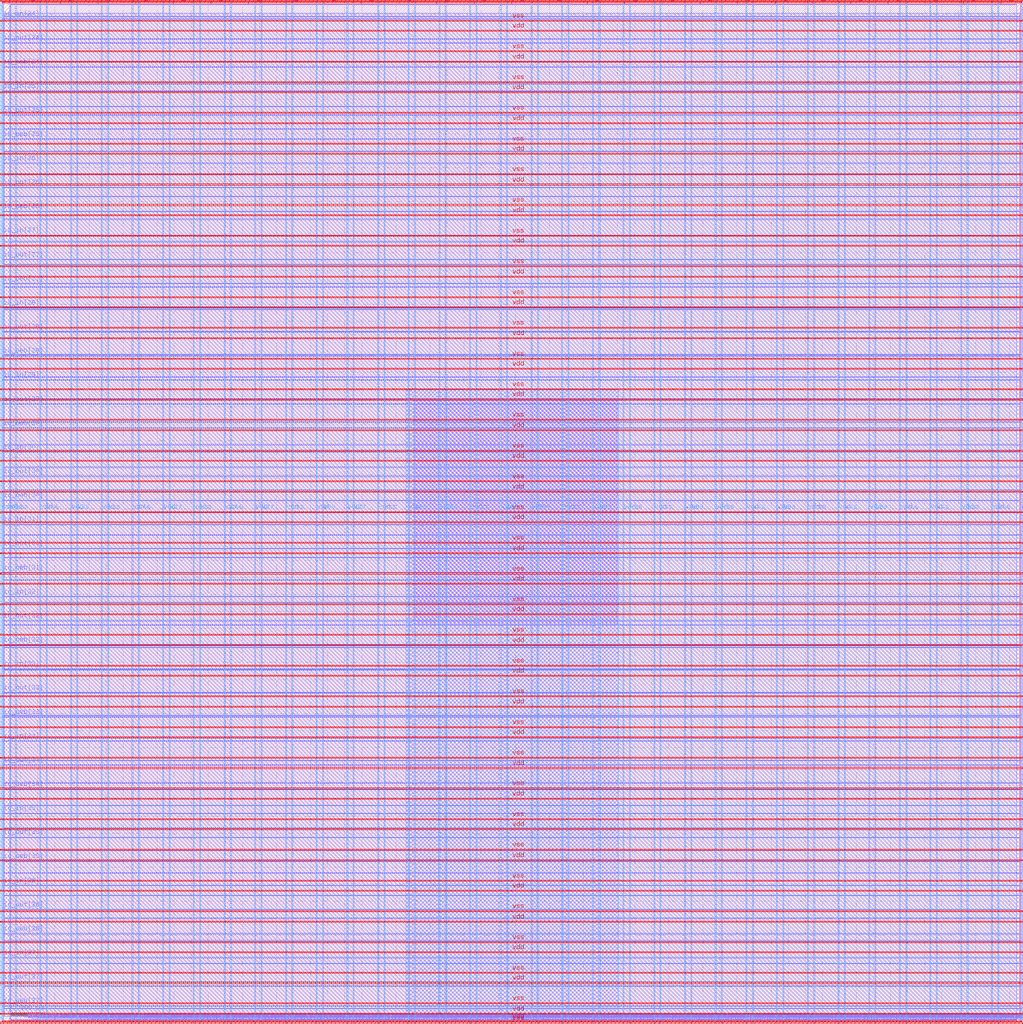
<source format=lef>
VERSION 5.7 ;
  NOWIREEXTENSIONATPIN ON ;
  DIVIDERCHAR "/" ;
  BUSBITCHARS "[]" ;
MACRO user_project_wrapper
  CLASS BLOCK ;
  FOREIGN user_project_wrapper ;
  ORIGIN 0.000 0.000 ;
  SIZE 2980.200 BY 2980.200 ;
  PIN io_in[0]
    DIRECTION INPUT ;
    USE SIGNAL ;
    PORT
      LAYER Metal3 ;
        RECT 2977.800 35.560 2985.000 36.680 ;
    END
  END io_in[0]
  PIN io_in[10]
    DIRECTION INPUT ;
    USE SIGNAL ;
    PORT
      LAYER Metal3 ;
        RECT 2977.800 2017.960 2985.000 2019.080 ;
    END
  END io_in[10]
  PIN io_in[11]
    DIRECTION INPUT ;
    USE SIGNAL ;
    PORT
      LAYER Metal3 ;
        RECT 2977.800 2216.200 2985.000 2217.320 ;
    END
  END io_in[11]
  PIN io_in[12]
    DIRECTION INPUT ;
    USE SIGNAL ;
    PORT
      LAYER Metal3 ;
        RECT 2977.800 2414.440 2985.000 2415.560 ;
    END
  END io_in[12]
  PIN io_in[13]
    DIRECTION INPUT ;
    USE SIGNAL ;
    PORT
      LAYER Metal3 ;
        RECT 2977.800 2612.680 2985.000 2613.800 ;
    END
  END io_in[13]
  PIN io_in[14]
    DIRECTION INPUT ;
    USE SIGNAL ;
    PORT
      LAYER Metal3 ;
        RECT 2977.800 2810.920 2985.000 2812.040 ;
    END
  END io_in[14]
  PIN io_in[15]
    DIRECTION INPUT ;
    USE SIGNAL ;
    PORT
      LAYER Metal2 ;
        RECT 2923.480 2977.800 2924.600 2985.000 ;
    END
  END io_in[15]
  PIN io_in[16]
    DIRECTION INPUT ;
    USE SIGNAL ;
    PORT
      LAYER Metal2 ;
        RECT 2592.520 2977.800 2593.640 2985.000 ;
    END
  END io_in[16]
  PIN io_in[17]
    DIRECTION INPUT ;
    USE SIGNAL ;
    PORT
      LAYER Metal2 ;
        RECT 2261.560 2977.800 2262.680 2985.000 ;
    END
  END io_in[17]
  PIN io_in[18]
    DIRECTION INPUT ;
    USE SIGNAL ;
    PORT
      LAYER Metal2 ;
        RECT 1930.600 2977.800 1931.720 2985.000 ;
    END
  END io_in[18]
  PIN io_in[19]
    DIRECTION INPUT ;
    USE SIGNAL ;
    PORT
      LAYER Metal2 ;
        RECT 1599.640 2977.800 1600.760 2985.000 ;
    END
  END io_in[19]
  PIN io_in[1]
    DIRECTION INPUT ;
    USE SIGNAL ;
    PORT
      LAYER Metal3 ;
        RECT 2977.800 233.800 2985.000 234.920 ;
    END
  END io_in[1]
  PIN io_in[20]
    DIRECTION INPUT ;
    USE SIGNAL ;
    PORT
      LAYER Metal2 ;
        RECT 1268.680 2977.800 1269.800 2985.000 ;
    END
  END io_in[20]
  PIN io_in[21]
    DIRECTION INPUT ;
    USE SIGNAL ;
    PORT
      LAYER Metal2 ;
        RECT 937.720 2977.800 938.840 2985.000 ;
    END
  END io_in[21]
  PIN io_in[22]
    DIRECTION INPUT ;
    USE SIGNAL ;
    PORT
      LAYER Metal2 ;
        RECT 606.760 2977.800 607.880 2985.000 ;
    END
  END io_in[22]
  PIN io_in[23]
    DIRECTION INPUT ;
    USE SIGNAL ;
    PORT
      LAYER Metal2 ;
        RECT 275.800 2977.800 276.920 2985.000 ;
    END
  END io_in[23]
  PIN io_in[24]
    DIRECTION INPUT ;
    USE SIGNAL ;
    PORT
      LAYER Metal3 ;
        RECT -4.800 2935.800 2.400 2936.920 ;
    END
  END io_in[24]
  PIN io_in[25]
    DIRECTION INPUT ;
    USE SIGNAL ;
    PORT
      LAYER Metal3 ;
        RECT -4.800 2724.120 2.400 2725.240 ;
    END
  END io_in[25]
  PIN io_in[26]
    DIRECTION INPUT ;
    USE SIGNAL ;
    PORT
      LAYER Metal3 ;
        RECT -4.800 2512.440 2.400 2513.560 ;
    END
  END io_in[26]
  PIN io_in[27]
    DIRECTION INPUT ;
    USE SIGNAL ;
    PORT
      LAYER Metal3 ;
        RECT -4.800 2300.760 2.400 2301.880 ;
    END
  END io_in[27]
  PIN io_in[28]
    DIRECTION INPUT ;
    USE SIGNAL ;
    PORT
      LAYER Metal3 ;
        RECT -4.800 2089.080 2.400 2090.200 ;
    END
  END io_in[28]
  PIN io_in[29]
    DIRECTION INPUT ;
    USE SIGNAL ;
    PORT
      LAYER Metal3 ;
        RECT -4.800 1877.400 2.400 1878.520 ;
    END
  END io_in[29]
  PIN io_in[2]
    DIRECTION INPUT ;
    USE SIGNAL ;
    PORT
      LAYER Metal3 ;
        RECT 2977.800 432.040 2985.000 433.160 ;
    END
  END io_in[2]
  PIN io_in[30]
    DIRECTION INPUT ;
    USE SIGNAL ;
    PORT
      LAYER Metal3 ;
        RECT -4.800 1665.720 2.400 1666.840 ;
    END
  END io_in[30]
  PIN io_in[31]
    DIRECTION INPUT ;
    USE SIGNAL ;
    PORT
      LAYER Metal3 ;
        RECT -4.800 1454.040 2.400 1455.160 ;
    END
  END io_in[31]
  PIN io_in[32]
    DIRECTION INPUT ;
    USE SIGNAL ;
    PORT
      LAYER Metal3 ;
        RECT -4.800 1242.360 2.400 1243.480 ;
    END
  END io_in[32]
  PIN io_in[33]
    DIRECTION INPUT ;
    USE SIGNAL ;
    PORT
      LAYER Metal3 ;
        RECT -4.800 1030.680 2.400 1031.800 ;
    END
  END io_in[33]
  PIN io_in[34]
    DIRECTION INPUT ;
    USE SIGNAL ;
    PORT
      LAYER Metal3 ;
        RECT -4.800 819.000 2.400 820.120 ;
    END
  END io_in[34]
  PIN io_in[35]
    DIRECTION INPUT ;
    USE SIGNAL ;
    PORT
      LAYER Metal3 ;
        RECT -4.800 607.320 2.400 608.440 ;
    END
  END io_in[35]
  PIN io_in[36]
    DIRECTION INPUT ;
    USE SIGNAL ;
    PORT
      LAYER Metal3 ;
        RECT -4.800 395.640 2.400 396.760 ;
    END
  END io_in[36]
  PIN io_in[37]
    DIRECTION INPUT ;
    USE SIGNAL ;
    PORT
      LAYER Metal3 ;
        RECT -4.800 183.960 2.400 185.080 ;
    END
  END io_in[37]
  PIN io_in[3]
    DIRECTION INPUT ;
    USE SIGNAL ;
    PORT
      LAYER Metal3 ;
        RECT 2977.800 630.280 2985.000 631.400 ;
    END
  END io_in[3]
  PIN io_in[4]
    DIRECTION INPUT ;
    USE SIGNAL ;
    PORT
      LAYER Metal3 ;
        RECT 2977.800 828.520 2985.000 829.640 ;
    END
  END io_in[4]
  PIN io_in[5]
    DIRECTION INPUT ;
    USE SIGNAL ;
    PORT
      LAYER Metal3 ;
        RECT 2977.800 1026.760 2985.000 1027.880 ;
    END
  END io_in[5]
  PIN io_in[6]
    DIRECTION INPUT ;
    USE SIGNAL ;
    PORT
      LAYER Metal3 ;
        RECT 2977.800 1225.000 2985.000 1226.120 ;
    END
  END io_in[6]
  PIN io_in[7]
    DIRECTION INPUT ;
    USE SIGNAL ;
    PORT
      LAYER Metal3 ;
        RECT 2977.800 1423.240 2985.000 1424.360 ;
    END
  END io_in[7]
  PIN io_in[8]
    DIRECTION INPUT ;
    USE SIGNAL ;
    PORT
      LAYER Metal3 ;
        RECT 2977.800 1621.480 2985.000 1622.600 ;
    END
  END io_in[8]
  PIN io_in[9]
    DIRECTION INPUT ;
    USE SIGNAL ;
    PORT
      LAYER Metal3 ;
        RECT 2977.800 1819.720 2985.000 1820.840 ;
    END
  END io_in[9]
  PIN io_oeb[0]
    DIRECTION OUTPUT TRISTATE ;
    USE SIGNAL ;
    PORT
      LAYER Metal3 ;
        RECT 2977.800 167.720 2985.000 168.840 ;
    END
  END io_oeb[0]
  PIN io_oeb[10]
    DIRECTION OUTPUT TRISTATE ;
    USE SIGNAL ;
    PORT
      LAYER Metal3 ;
        RECT 2977.800 2150.120 2985.000 2151.240 ;
    END
  END io_oeb[10]
  PIN io_oeb[11]
    DIRECTION OUTPUT TRISTATE ;
    USE SIGNAL ;
    PORT
      LAYER Metal3 ;
        RECT 2977.800 2348.360 2985.000 2349.480 ;
    END
  END io_oeb[11]
  PIN io_oeb[12]
    DIRECTION OUTPUT TRISTATE ;
    USE SIGNAL ;
    PORT
      LAYER Metal3 ;
        RECT 2977.800 2546.600 2985.000 2547.720 ;
    END
  END io_oeb[12]
  PIN io_oeb[13]
    DIRECTION OUTPUT TRISTATE ;
    USE SIGNAL ;
    PORT
      LAYER Metal3 ;
        RECT 2977.800 2744.840 2985.000 2745.960 ;
    END
  END io_oeb[13]
  PIN io_oeb[14]
    DIRECTION OUTPUT TRISTATE ;
    USE SIGNAL ;
    PORT
      LAYER Metal3 ;
        RECT 2977.800 2943.080 2985.000 2944.200 ;
    END
  END io_oeb[14]
  PIN io_oeb[15]
    DIRECTION OUTPUT TRISTATE ;
    USE SIGNAL ;
    PORT
      LAYER Metal2 ;
        RECT 2702.840 2977.800 2703.960 2985.000 ;
    END
  END io_oeb[15]
  PIN io_oeb[16]
    DIRECTION OUTPUT TRISTATE ;
    USE SIGNAL ;
    PORT
      LAYER Metal2 ;
        RECT 2371.880 2977.800 2373.000 2985.000 ;
    END
  END io_oeb[16]
  PIN io_oeb[17]
    DIRECTION OUTPUT TRISTATE ;
    USE SIGNAL ;
    PORT
      LAYER Metal2 ;
        RECT 2040.920 2977.800 2042.040 2985.000 ;
    END
  END io_oeb[17]
  PIN io_oeb[18]
    DIRECTION OUTPUT TRISTATE ;
    USE SIGNAL ;
    PORT
      LAYER Metal2 ;
        RECT 1709.960 2977.800 1711.080 2985.000 ;
    END
  END io_oeb[18]
  PIN io_oeb[19]
    DIRECTION OUTPUT TRISTATE ;
    USE SIGNAL ;
    PORT
      LAYER Metal2 ;
        RECT 1379.000 2977.800 1380.120 2985.000 ;
    END
  END io_oeb[19]
  PIN io_oeb[1]
    DIRECTION OUTPUT TRISTATE ;
    USE SIGNAL ;
    PORT
      LAYER Metal3 ;
        RECT 2977.800 365.960 2985.000 367.080 ;
    END
  END io_oeb[1]
  PIN io_oeb[20]
    DIRECTION OUTPUT TRISTATE ;
    USE SIGNAL ;
    PORT
      LAYER Metal2 ;
        RECT 1048.040 2977.800 1049.160 2985.000 ;
    END
  END io_oeb[20]
  PIN io_oeb[21]
    DIRECTION OUTPUT TRISTATE ;
    USE SIGNAL ;
    PORT
      LAYER Metal2 ;
        RECT 717.080 2977.800 718.200 2985.000 ;
    END
  END io_oeb[21]
  PIN io_oeb[22]
    DIRECTION OUTPUT TRISTATE ;
    USE SIGNAL ;
    PORT
      LAYER Metal2 ;
        RECT 386.120 2977.800 387.240 2985.000 ;
    END
  END io_oeb[22]
  PIN io_oeb[23]
    DIRECTION OUTPUT TRISTATE ;
    USE SIGNAL ;
    PORT
      LAYER Metal2 ;
        RECT 55.160 2977.800 56.280 2985.000 ;
    END
  END io_oeb[23]
  PIN io_oeb[24]
    DIRECTION OUTPUT TRISTATE ;
    USE SIGNAL ;
    PORT
      LAYER Metal3 ;
        RECT -4.800 2794.680 2.400 2795.800 ;
    END
  END io_oeb[24]
  PIN io_oeb[25]
    DIRECTION OUTPUT TRISTATE ;
    USE SIGNAL ;
    PORT
      LAYER Metal3 ;
        RECT -4.800 2583.000 2.400 2584.120 ;
    END
  END io_oeb[25]
  PIN io_oeb[26]
    DIRECTION OUTPUT TRISTATE ;
    USE SIGNAL ;
    PORT
      LAYER Metal3 ;
        RECT -4.800 2371.320 2.400 2372.440 ;
    END
  END io_oeb[26]
  PIN io_oeb[27]
    DIRECTION OUTPUT TRISTATE ;
    USE SIGNAL ;
    PORT
      LAYER Metal3 ;
        RECT -4.800 2159.640 2.400 2160.760 ;
    END
  END io_oeb[27]
  PIN io_oeb[28]
    DIRECTION OUTPUT TRISTATE ;
    USE SIGNAL ;
    PORT
      LAYER Metal3 ;
        RECT -4.800 1947.960 2.400 1949.080 ;
    END
  END io_oeb[28]
  PIN io_oeb[29]
    DIRECTION OUTPUT TRISTATE ;
    USE SIGNAL ;
    PORT
      LAYER Metal3 ;
        RECT -4.800 1736.280 2.400 1737.400 ;
    END
  END io_oeb[29]
  PIN io_oeb[2]
    DIRECTION OUTPUT TRISTATE ;
    USE SIGNAL ;
    PORT
      LAYER Metal3 ;
        RECT 2977.800 564.200 2985.000 565.320 ;
    END
  END io_oeb[2]
  PIN io_oeb[30]
    DIRECTION OUTPUT TRISTATE ;
    USE SIGNAL ;
    PORT
      LAYER Metal3 ;
        RECT -4.800 1524.600 2.400 1525.720 ;
    END
  END io_oeb[30]
  PIN io_oeb[31]
    DIRECTION OUTPUT TRISTATE ;
    USE SIGNAL ;
    PORT
      LAYER Metal3 ;
        RECT -4.800 1312.920 2.400 1314.040 ;
    END
  END io_oeb[31]
  PIN io_oeb[32]
    DIRECTION OUTPUT TRISTATE ;
    USE SIGNAL ;
    PORT
      LAYER Metal3 ;
        RECT -4.800 1101.240 2.400 1102.360 ;
    END
  END io_oeb[32]
  PIN io_oeb[33]
    DIRECTION OUTPUT TRISTATE ;
    USE SIGNAL ;
    PORT
      LAYER Metal3 ;
        RECT -4.800 889.560 2.400 890.680 ;
    END
  END io_oeb[33]
  PIN io_oeb[34]
    DIRECTION OUTPUT TRISTATE ;
    USE SIGNAL ;
    PORT
      LAYER Metal3 ;
        RECT -4.800 677.880 2.400 679.000 ;
    END
  END io_oeb[34]
  PIN io_oeb[35]
    DIRECTION OUTPUT TRISTATE ;
    USE SIGNAL ;
    PORT
      LAYER Metal3 ;
        RECT -4.800 466.200 2.400 467.320 ;
    END
  END io_oeb[35]
  PIN io_oeb[36]
    DIRECTION OUTPUT TRISTATE ;
    USE SIGNAL ;
    PORT
      LAYER Metal3 ;
        RECT -4.800 254.520 2.400 255.640 ;
    END
  END io_oeb[36]
  PIN io_oeb[37]
    DIRECTION OUTPUT TRISTATE ;
    USE SIGNAL ;
    PORT
      LAYER Metal3 ;
        RECT -4.800 42.840 2.400 43.960 ;
    END
  END io_oeb[37]
  PIN io_oeb[3]
    DIRECTION OUTPUT TRISTATE ;
    USE SIGNAL ;
    PORT
      LAYER Metal3 ;
        RECT 2977.800 762.440 2985.000 763.560 ;
    END
  END io_oeb[3]
  PIN io_oeb[4]
    DIRECTION OUTPUT TRISTATE ;
    USE SIGNAL ;
    PORT
      LAYER Metal3 ;
        RECT 2977.800 960.680 2985.000 961.800 ;
    END
  END io_oeb[4]
  PIN io_oeb[5]
    DIRECTION OUTPUT TRISTATE ;
    USE SIGNAL ;
    PORT
      LAYER Metal3 ;
        RECT 2977.800 1158.920 2985.000 1160.040 ;
    END
  END io_oeb[5]
  PIN io_oeb[6]
    DIRECTION OUTPUT TRISTATE ;
    USE SIGNAL ;
    PORT
      LAYER Metal3 ;
        RECT 2977.800 1357.160 2985.000 1358.280 ;
    END
  END io_oeb[6]
  PIN io_oeb[7]
    DIRECTION OUTPUT TRISTATE ;
    USE SIGNAL ;
    PORT
      LAYER Metal3 ;
        RECT 2977.800 1555.400 2985.000 1556.520 ;
    END
  END io_oeb[7]
  PIN io_oeb[8]
    DIRECTION OUTPUT TRISTATE ;
    USE SIGNAL ;
    PORT
      LAYER Metal3 ;
        RECT 2977.800 1753.640 2985.000 1754.760 ;
    END
  END io_oeb[8]
  PIN io_oeb[9]
    DIRECTION OUTPUT TRISTATE ;
    USE SIGNAL ;
    PORT
      LAYER Metal3 ;
        RECT 2977.800 1951.880 2985.000 1953.000 ;
    END
  END io_oeb[9]
  PIN io_out[0]
    DIRECTION OUTPUT TRISTATE ;
    USE SIGNAL ;
    PORT
      LAYER Metal3 ;
        RECT 2977.800 101.640 2985.000 102.760 ;
    END
  END io_out[0]
  PIN io_out[10]
    DIRECTION OUTPUT TRISTATE ;
    USE SIGNAL ;
    PORT
      LAYER Metal3 ;
        RECT 2977.800 2084.040 2985.000 2085.160 ;
    END
  END io_out[10]
  PIN io_out[11]
    DIRECTION OUTPUT TRISTATE ;
    USE SIGNAL ;
    PORT
      LAYER Metal3 ;
        RECT 2977.800 2282.280 2985.000 2283.400 ;
    END
  END io_out[11]
  PIN io_out[12]
    DIRECTION OUTPUT TRISTATE ;
    USE SIGNAL ;
    PORT
      LAYER Metal3 ;
        RECT 2977.800 2480.520 2985.000 2481.640 ;
    END
  END io_out[12]
  PIN io_out[13]
    DIRECTION OUTPUT TRISTATE ;
    USE SIGNAL ;
    PORT
      LAYER Metal3 ;
        RECT 2977.800 2678.760 2985.000 2679.880 ;
    END
  END io_out[13]
  PIN io_out[14]
    DIRECTION OUTPUT TRISTATE ;
    USE SIGNAL ;
    PORT
      LAYER Metal3 ;
        RECT 2977.800 2877.000 2985.000 2878.120 ;
    END
  END io_out[14]
  PIN io_out[15]
    DIRECTION OUTPUT TRISTATE ;
    USE SIGNAL ;
    PORT
      LAYER Metal2 ;
        RECT 2813.160 2977.800 2814.280 2985.000 ;
    END
  END io_out[15]
  PIN io_out[16]
    DIRECTION OUTPUT TRISTATE ;
    USE SIGNAL ;
    PORT
      LAYER Metal2 ;
        RECT 2482.200 2977.800 2483.320 2985.000 ;
    END
  END io_out[16]
  PIN io_out[17]
    DIRECTION OUTPUT TRISTATE ;
    USE SIGNAL ;
    PORT
      LAYER Metal2 ;
        RECT 2151.240 2977.800 2152.360 2985.000 ;
    END
  END io_out[17]
  PIN io_out[18]
    DIRECTION OUTPUT TRISTATE ;
    USE SIGNAL ;
    PORT
      LAYER Metal2 ;
        RECT 1820.280 2977.800 1821.400 2985.000 ;
    END
  END io_out[18]
  PIN io_out[19]
    DIRECTION OUTPUT TRISTATE ;
    USE SIGNAL ;
    PORT
      LAYER Metal2 ;
        RECT 1489.320 2977.800 1490.440 2985.000 ;
    END
  END io_out[19]
  PIN io_out[1]
    DIRECTION OUTPUT TRISTATE ;
    USE SIGNAL ;
    PORT
      LAYER Metal3 ;
        RECT 2977.800 299.880 2985.000 301.000 ;
    END
  END io_out[1]
  PIN io_out[20]
    DIRECTION OUTPUT TRISTATE ;
    USE SIGNAL ;
    PORT
      LAYER Metal2 ;
        RECT 1158.360 2977.800 1159.480 2985.000 ;
    END
  END io_out[20]
  PIN io_out[21]
    DIRECTION OUTPUT TRISTATE ;
    USE SIGNAL ;
    PORT
      LAYER Metal2 ;
        RECT 827.400 2977.800 828.520 2985.000 ;
    END
  END io_out[21]
  PIN io_out[22]
    DIRECTION OUTPUT TRISTATE ;
    USE SIGNAL ;
    PORT
      LAYER Metal2 ;
        RECT 496.440 2977.800 497.560 2985.000 ;
    END
  END io_out[22]
  PIN io_out[23]
    DIRECTION OUTPUT TRISTATE ;
    USE SIGNAL ;
    PORT
      LAYER Metal2 ;
        RECT 165.480 2977.800 166.600 2985.000 ;
    END
  END io_out[23]
  PIN io_out[24]
    DIRECTION OUTPUT TRISTATE ;
    USE SIGNAL ;
    PORT
      LAYER Metal3 ;
        RECT -4.800 2865.240 2.400 2866.360 ;
    END
  END io_out[24]
  PIN io_out[25]
    DIRECTION OUTPUT TRISTATE ;
    USE SIGNAL ;
    PORT
      LAYER Metal3 ;
        RECT -4.800 2653.560 2.400 2654.680 ;
    END
  END io_out[25]
  PIN io_out[26]
    DIRECTION OUTPUT TRISTATE ;
    USE SIGNAL ;
    PORT
      LAYER Metal3 ;
        RECT -4.800 2441.880 2.400 2443.000 ;
    END
  END io_out[26]
  PIN io_out[27]
    DIRECTION OUTPUT TRISTATE ;
    USE SIGNAL ;
    PORT
      LAYER Metal3 ;
        RECT -4.800 2230.200 2.400 2231.320 ;
    END
  END io_out[27]
  PIN io_out[28]
    DIRECTION OUTPUT TRISTATE ;
    USE SIGNAL ;
    PORT
      LAYER Metal3 ;
        RECT -4.800 2018.520 2.400 2019.640 ;
    END
  END io_out[28]
  PIN io_out[29]
    DIRECTION OUTPUT TRISTATE ;
    USE SIGNAL ;
    PORT
      LAYER Metal3 ;
        RECT -4.800 1806.840 2.400 1807.960 ;
    END
  END io_out[29]
  PIN io_out[2]
    DIRECTION OUTPUT TRISTATE ;
    USE SIGNAL ;
    PORT
      LAYER Metal3 ;
        RECT 2977.800 498.120 2985.000 499.240 ;
    END
  END io_out[2]
  PIN io_out[30]
    DIRECTION OUTPUT TRISTATE ;
    USE SIGNAL ;
    PORT
      LAYER Metal3 ;
        RECT -4.800 1595.160 2.400 1596.280 ;
    END
  END io_out[30]
  PIN io_out[31]
    DIRECTION OUTPUT TRISTATE ;
    USE SIGNAL ;
    PORT
      LAYER Metal3 ;
        RECT -4.800 1383.480 2.400 1384.600 ;
    END
  END io_out[31]
  PIN io_out[32]
    DIRECTION OUTPUT TRISTATE ;
    USE SIGNAL ;
    PORT
      LAYER Metal3 ;
        RECT -4.800 1171.800 2.400 1172.920 ;
    END
  END io_out[32]
  PIN io_out[33]
    DIRECTION OUTPUT TRISTATE ;
    USE SIGNAL ;
    PORT
      LAYER Metal3 ;
        RECT -4.800 960.120 2.400 961.240 ;
    END
  END io_out[33]
  PIN io_out[34]
    DIRECTION OUTPUT TRISTATE ;
    USE SIGNAL ;
    PORT
      LAYER Metal3 ;
        RECT -4.800 748.440 2.400 749.560 ;
    END
  END io_out[34]
  PIN io_out[35]
    DIRECTION OUTPUT TRISTATE ;
    USE SIGNAL ;
    PORT
      LAYER Metal3 ;
        RECT -4.800 536.760 2.400 537.880 ;
    END
  END io_out[35]
  PIN io_out[36]
    DIRECTION OUTPUT TRISTATE ;
    USE SIGNAL ;
    PORT
      LAYER Metal3 ;
        RECT -4.800 325.080 2.400 326.200 ;
    END
  END io_out[36]
  PIN io_out[37]
    DIRECTION OUTPUT TRISTATE ;
    USE SIGNAL ;
    PORT
      LAYER Metal3 ;
        RECT -4.800 113.400 2.400 114.520 ;
    END
  END io_out[37]
  PIN io_out[3]
    DIRECTION OUTPUT TRISTATE ;
    USE SIGNAL ;
    PORT
      LAYER Metal3 ;
        RECT 2977.800 696.360 2985.000 697.480 ;
    END
  END io_out[3]
  PIN io_out[4]
    DIRECTION OUTPUT TRISTATE ;
    USE SIGNAL ;
    PORT
      LAYER Metal3 ;
        RECT 2977.800 894.600 2985.000 895.720 ;
    END
  END io_out[4]
  PIN io_out[5]
    DIRECTION OUTPUT TRISTATE ;
    USE SIGNAL ;
    PORT
      LAYER Metal3 ;
        RECT 2977.800 1092.840 2985.000 1093.960 ;
    END
  END io_out[5]
  PIN io_out[6]
    DIRECTION OUTPUT TRISTATE ;
    USE SIGNAL ;
    PORT
      LAYER Metal3 ;
        RECT 2977.800 1291.080 2985.000 1292.200 ;
    END
  END io_out[6]
  PIN io_out[7]
    DIRECTION OUTPUT TRISTATE ;
    USE SIGNAL ;
    PORT
      LAYER Metal3 ;
        RECT 2977.800 1489.320 2985.000 1490.440 ;
    END
  END io_out[7]
  PIN io_out[8]
    DIRECTION OUTPUT TRISTATE ;
    USE SIGNAL ;
    PORT
      LAYER Metal3 ;
        RECT 2977.800 1687.560 2985.000 1688.680 ;
    END
  END io_out[8]
  PIN io_out[9]
    DIRECTION OUTPUT TRISTATE ;
    USE SIGNAL ;
    PORT
      LAYER Metal3 ;
        RECT 2977.800 1885.800 2985.000 1886.920 ;
    END
  END io_out[9]
  PIN la_data_in[0]
    DIRECTION INPUT ;
    USE SIGNAL ;
    PORT
      LAYER Metal2 ;
        RECT 1065.960 -4.800 1067.080 2.400 ;
    END
  END la_data_in[0]
  PIN la_data_in[10]
    DIRECTION INPUT ;
    USE SIGNAL ;
    PORT
      LAYER Metal2 ;
        RECT 1351.560 -4.800 1352.680 2.400 ;
    END
  END la_data_in[10]
  PIN la_data_in[11]
    DIRECTION INPUT ;
    USE SIGNAL ;
    PORT
      LAYER Metal2 ;
        RECT 1380.120 -4.800 1381.240 2.400 ;
    END
  END la_data_in[11]
  PIN la_data_in[12]
    DIRECTION INPUT ;
    USE SIGNAL ;
    PORT
      LAYER Metal2 ;
        RECT 1408.680 -4.800 1409.800 2.400 ;
    END
  END la_data_in[12]
  PIN la_data_in[13]
    DIRECTION INPUT ;
    USE SIGNAL ;
    PORT
      LAYER Metal2 ;
        RECT 1437.240 -4.800 1438.360 2.400 ;
    END
  END la_data_in[13]
  PIN la_data_in[14]
    DIRECTION INPUT ;
    USE SIGNAL ;
    PORT
      LAYER Metal2 ;
        RECT 1465.800 -4.800 1466.920 2.400 ;
    END
  END la_data_in[14]
  PIN la_data_in[15]
    DIRECTION INPUT ;
    USE SIGNAL ;
    PORT
      LAYER Metal2 ;
        RECT 1494.360 -4.800 1495.480 2.400 ;
    END
  END la_data_in[15]
  PIN la_data_in[16]
    DIRECTION INPUT ;
    USE SIGNAL ;
    PORT
      LAYER Metal2 ;
        RECT 1522.920 -4.800 1524.040 2.400 ;
    END
  END la_data_in[16]
  PIN la_data_in[17]
    DIRECTION INPUT ;
    USE SIGNAL ;
    PORT
      LAYER Metal2 ;
        RECT 1551.480 -4.800 1552.600 2.400 ;
    END
  END la_data_in[17]
  PIN la_data_in[18]
    DIRECTION INPUT ;
    USE SIGNAL ;
    PORT
      LAYER Metal2 ;
        RECT 1580.040 -4.800 1581.160 2.400 ;
    END
  END la_data_in[18]
  PIN la_data_in[19]
    DIRECTION INPUT ;
    USE SIGNAL ;
    PORT
      LAYER Metal2 ;
        RECT 1608.600 -4.800 1609.720 2.400 ;
    END
  END la_data_in[19]
  PIN la_data_in[1]
    DIRECTION INPUT ;
    USE SIGNAL ;
    PORT
      LAYER Metal2 ;
        RECT 1094.520 -4.800 1095.640 2.400 ;
    END
  END la_data_in[1]
  PIN la_data_in[20]
    DIRECTION INPUT ;
    USE SIGNAL ;
    PORT
      LAYER Metal2 ;
        RECT 1637.160 -4.800 1638.280 2.400 ;
    END
  END la_data_in[20]
  PIN la_data_in[21]
    DIRECTION INPUT ;
    USE SIGNAL ;
    PORT
      LAYER Metal2 ;
        RECT 1665.720 -4.800 1666.840 2.400 ;
    END
  END la_data_in[21]
  PIN la_data_in[22]
    DIRECTION INPUT ;
    USE SIGNAL ;
    PORT
      LAYER Metal2 ;
        RECT 1694.280 -4.800 1695.400 2.400 ;
    END
  END la_data_in[22]
  PIN la_data_in[23]
    DIRECTION INPUT ;
    USE SIGNAL ;
    PORT
      LAYER Metal2 ;
        RECT 1722.840 -4.800 1723.960 2.400 ;
    END
  END la_data_in[23]
  PIN la_data_in[24]
    DIRECTION INPUT ;
    USE SIGNAL ;
    PORT
      LAYER Metal2 ;
        RECT 1751.400 -4.800 1752.520 2.400 ;
    END
  END la_data_in[24]
  PIN la_data_in[25]
    DIRECTION INPUT ;
    USE SIGNAL ;
    PORT
      LAYER Metal2 ;
        RECT 1779.960 -4.800 1781.080 2.400 ;
    END
  END la_data_in[25]
  PIN la_data_in[26]
    DIRECTION INPUT ;
    USE SIGNAL ;
    PORT
      LAYER Metal2 ;
        RECT 1808.520 -4.800 1809.640 2.400 ;
    END
  END la_data_in[26]
  PIN la_data_in[27]
    DIRECTION INPUT ;
    USE SIGNAL ;
    PORT
      LAYER Metal2 ;
        RECT 1837.080 -4.800 1838.200 2.400 ;
    END
  END la_data_in[27]
  PIN la_data_in[28]
    DIRECTION INPUT ;
    USE SIGNAL ;
    PORT
      LAYER Metal2 ;
        RECT 1865.640 -4.800 1866.760 2.400 ;
    END
  END la_data_in[28]
  PIN la_data_in[29]
    DIRECTION INPUT ;
    USE SIGNAL ;
    PORT
      LAYER Metal2 ;
        RECT 1894.200 -4.800 1895.320 2.400 ;
    END
  END la_data_in[29]
  PIN la_data_in[2]
    DIRECTION INPUT ;
    USE SIGNAL ;
    PORT
      LAYER Metal2 ;
        RECT 1123.080 -4.800 1124.200 2.400 ;
    END
  END la_data_in[2]
  PIN la_data_in[30]
    DIRECTION INPUT ;
    USE SIGNAL ;
    PORT
      LAYER Metal2 ;
        RECT 1922.760 -4.800 1923.880 2.400 ;
    END
  END la_data_in[30]
  PIN la_data_in[31]
    DIRECTION INPUT ;
    USE SIGNAL ;
    PORT
      LAYER Metal2 ;
        RECT 1951.320 -4.800 1952.440 2.400 ;
    END
  END la_data_in[31]
  PIN la_data_in[32]
    DIRECTION INPUT ;
    USE SIGNAL ;
    PORT
      LAYER Metal2 ;
        RECT 1979.880 -4.800 1981.000 2.400 ;
    END
  END la_data_in[32]
  PIN la_data_in[33]
    DIRECTION INPUT ;
    USE SIGNAL ;
    PORT
      LAYER Metal2 ;
        RECT 2008.440 -4.800 2009.560 2.400 ;
    END
  END la_data_in[33]
  PIN la_data_in[34]
    DIRECTION INPUT ;
    USE SIGNAL ;
    PORT
      LAYER Metal2 ;
        RECT 2037.000 -4.800 2038.120 2.400 ;
    END
  END la_data_in[34]
  PIN la_data_in[35]
    DIRECTION INPUT ;
    USE SIGNAL ;
    PORT
      LAYER Metal2 ;
        RECT 2065.560 -4.800 2066.680 2.400 ;
    END
  END la_data_in[35]
  PIN la_data_in[36]
    DIRECTION INPUT ;
    USE SIGNAL ;
    PORT
      LAYER Metal2 ;
        RECT 2094.120 -4.800 2095.240 2.400 ;
    END
  END la_data_in[36]
  PIN la_data_in[37]
    DIRECTION INPUT ;
    USE SIGNAL ;
    PORT
      LAYER Metal2 ;
        RECT 2122.680 -4.800 2123.800 2.400 ;
    END
  END la_data_in[37]
  PIN la_data_in[38]
    DIRECTION INPUT ;
    USE SIGNAL ;
    PORT
      LAYER Metal2 ;
        RECT 2151.240 -4.800 2152.360 2.400 ;
    END
  END la_data_in[38]
  PIN la_data_in[39]
    DIRECTION INPUT ;
    USE SIGNAL ;
    PORT
      LAYER Metal2 ;
        RECT 2179.800 -4.800 2180.920 2.400 ;
    END
  END la_data_in[39]
  PIN la_data_in[3]
    DIRECTION INPUT ;
    USE SIGNAL ;
    PORT
      LAYER Metal2 ;
        RECT 1151.640 -4.800 1152.760 2.400 ;
    END
  END la_data_in[3]
  PIN la_data_in[40]
    DIRECTION INPUT ;
    USE SIGNAL ;
    PORT
      LAYER Metal2 ;
        RECT 2208.360 -4.800 2209.480 2.400 ;
    END
  END la_data_in[40]
  PIN la_data_in[41]
    DIRECTION INPUT ;
    USE SIGNAL ;
    PORT
      LAYER Metal2 ;
        RECT 2236.920 -4.800 2238.040 2.400 ;
    END
  END la_data_in[41]
  PIN la_data_in[42]
    DIRECTION INPUT ;
    USE SIGNAL ;
    PORT
      LAYER Metal2 ;
        RECT 2265.480 -4.800 2266.600 2.400 ;
    END
  END la_data_in[42]
  PIN la_data_in[43]
    DIRECTION INPUT ;
    USE SIGNAL ;
    PORT
      LAYER Metal2 ;
        RECT 2294.040 -4.800 2295.160 2.400 ;
    END
  END la_data_in[43]
  PIN la_data_in[44]
    DIRECTION INPUT ;
    USE SIGNAL ;
    PORT
      LAYER Metal2 ;
        RECT 2322.600 -4.800 2323.720 2.400 ;
    END
  END la_data_in[44]
  PIN la_data_in[45]
    DIRECTION INPUT ;
    USE SIGNAL ;
    PORT
      LAYER Metal2 ;
        RECT 2351.160 -4.800 2352.280 2.400 ;
    END
  END la_data_in[45]
  PIN la_data_in[46]
    DIRECTION INPUT ;
    USE SIGNAL ;
    PORT
      LAYER Metal2 ;
        RECT 2379.720 -4.800 2380.840 2.400 ;
    END
  END la_data_in[46]
  PIN la_data_in[47]
    DIRECTION INPUT ;
    USE SIGNAL ;
    PORT
      LAYER Metal2 ;
        RECT 2408.280 -4.800 2409.400 2.400 ;
    END
  END la_data_in[47]
  PIN la_data_in[48]
    DIRECTION INPUT ;
    USE SIGNAL ;
    PORT
      LAYER Metal2 ;
        RECT 2436.840 -4.800 2437.960 2.400 ;
    END
  END la_data_in[48]
  PIN la_data_in[49]
    DIRECTION INPUT ;
    USE SIGNAL ;
    PORT
      LAYER Metal2 ;
        RECT 2465.400 -4.800 2466.520 2.400 ;
    END
  END la_data_in[49]
  PIN la_data_in[4]
    DIRECTION INPUT ;
    USE SIGNAL ;
    PORT
      LAYER Metal2 ;
        RECT 1180.200 -4.800 1181.320 2.400 ;
    END
  END la_data_in[4]
  PIN la_data_in[50]
    DIRECTION INPUT ;
    USE SIGNAL ;
    PORT
      LAYER Metal2 ;
        RECT 2493.960 -4.800 2495.080 2.400 ;
    END
  END la_data_in[50]
  PIN la_data_in[51]
    DIRECTION INPUT ;
    USE SIGNAL ;
    PORT
      LAYER Metal2 ;
        RECT 2522.520 -4.800 2523.640 2.400 ;
    END
  END la_data_in[51]
  PIN la_data_in[52]
    DIRECTION INPUT ;
    USE SIGNAL ;
    PORT
      LAYER Metal2 ;
        RECT 2551.080 -4.800 2552.200 2.400 ;
    END
  END la_data_in[52]
  PIN la_data_in[53]
    DIRECTION INPUT ;
    USE SIGNAL ;
    PORT
      LAYER Metal2 ;
        RECT 2579.640 -4.800 2580.760 2.400 ;
    END
  END la_data_in[53]
  PIN la_data_in[54]
    DIRECTION INPUT ;
    USE SIGNAL ;
    PORT
      LAYER Metal2 ;
        RECT 2608.200 -4.800 2609.320 2.400 ;
    END
  END la_data_in[54]
  PIN la_data_in[55]
    DIRECTION INPUT ;
    USE SIGNAL ;
    PORT
      LAYER Metal2 ;
        RECT 2636.760 -4.800 2637.880 2.400 ;
    END
  END la_data_in[55]
  PIN la_data_in[56]
    DIRECTION INPUT ;
    USE SIGNAL ;
    PORT
      LAYER Metal2 ;
        RECT 2665.320 -4.800 2666.440 2.400 ;
    END
  END la_data_in[56]
  PIN la_data_in[57]
    DIRECTION INPUT ;
    USE SIGNAL ;
    PORT
      LAYER Metal2 ;
        RECT 2693.880 -4.800 2695.000 2.400 ;
    END
  END la_data_in[57]
  PIN la_data_in[58]
    DIRECTION INPUT ;
    USE SIGNAL ;
    PORT
      LAYER Metal2 ;
        RECT 2722.440 -4.800 2723.560 2.400 ;
    END
  END la_data_in[58]
  PIN la_data_in[59]
    DIRECTION INPUT ;
    USE SIGNAL ;
    PORT
      LAYER Metal2 ;
        RECT 2751.000 -4.800 2752.120 2.400 ;
    END
  END la_data_in[59]
  PIN la_data_in[5]
    DIRECTION INPUT ;
    USE SIGNAL ;
    PORT
      LAYER Metal2 ;
        RECT 1208.760 -4.800 1209.880 2.400 ;
    END
  END la_data_in[5]
  PIN la_data_in[60]
    DIRECTION INPUT ;
    USE SIGNAL ;
    PORT
      LAYER Metal2 ;
        RECT 2779.560 -4.800 2780.680 2.400 ;
    END
  END la_data_in[60]
  PIN la_data_in[61]
    DIRECTION INPUT ;
    USE SIGNAL ;
    PORT
      LAYER Metal2 ;
        RECT 2808.120 -4.800 2809.240 2.400 ;
    END
  END la_data_in[61]
  PIN la_data_in[62]
    DIRECTION INPUT ;
    USE SIGNAL ;
    PORT
      LAYER Metal2 ;
        RECT 2836.680 -4.800 2837.800 2.400 ;
    END
  END la_data_in[62]
  PIN la_data_in[63]
    DIRECTION INPUT ;
    USE SIGNAL ;
    PORT
      LAYER Metal2 ;
        RECT 2865.240 -4.800 2866.360 2.400 ;
    END
  END la_data_in[63]
  PIN la_data_in[6]
    DIRECTION INPUT ;
    USE SIGNAL ;
    PORT
      LAYER Metal2 ;
        RECT 1237.320 -4.800 1238.440 2.400 ;
    END
  END la_data_in[6]
  PIN la_data_in[7]
    DIRECTION INPUT ;
    USE SIGNAL ;
    PORT
      LAYER Metal2 ;
        RECT 1265.880 -4.800 1267.000 2.400 ;
    END
  END la_data_in[7]
  PIN la_data_in[8]
    DIRECTION INPUT ;
    USE SIGNAL ;
    PORT
      LAYER Metal2 ;
        RECT 1294.440 -4.800 1295.560 2.400 ;
    END
  END la_data_in[8]
  PIN la_data_in[9]
    DIRECTION INPUT ;
    USE SIGNAL ;
    PORT
      LAYER Metal2 ;
        RECT 1323.000 -4.800 1324.120 2.400 ;
    END
  END la_data_in[9]
  PIN la_data_out[0]
    DIRECTION OUTPUT TRISTATE ;
    USE SIGNAL ;
    PORT
      LAYER Metal2 ;
        RECT 1075.480 -4.800 1076.600 2.400 ;
    END
  END la_data_out[0]
  PIN la_data_out[10]
    DIRECTION OUTPUT TRISTATE ;
    USE SIGNAL ;
    PORT
      LAYER Metal2 ;
        RECT 1361.080 -4.800 1362.200 2.400 ;
    END
  END la_data_out[10]
  PIN la_data_out[11]
    DIRECTION OUTPUT TRISTATE ;
    USE SIGNAL ;
    PORT
      LAYER Metal2 ;
        RECT 1389.640 -4.800 1390.760 2.400 ;
    END
  END la_data_out[11]
  PIN la_data_out[12]
    DIRECTION OUTPUT TRISTATE ;
    USE SIGNAL ;
    PORT
      LAYER Metal2 ;
        RECT 1418.200 -4.800 1419.320 2.400 ;
    END
  END la_data_out[12]
  PIN la_data_out[13]
    DIRECTION OUTPUT TRISTATE ;
    USE SIGNAL ;
    PORT
      LAYER Metal2 ;
        RECT 1446.760 -4.800 1447.880 2.400 ;
    END
  END la_data_out[13]
  PIN la_data_out[14]
    DIRECTION OUTPUT TRISTATE ;
    USE SIGNAL ;
    PORT
      LAYER Metal2 ;
        RECT 1475.320 -4.800 1476.440 2.400 ;
    END
  END la_data_out[14]
  PIN la_data_out[15]
    DIRECTION OUTPUT TRISTATE ;
    USE SIGNAL ;
    PORT
      LAYER Metal2 ;
        RECT 1503.880 -4.800 1505.000 2.400 ;
    END
  END la_data_out[15]
  PIN la_data_out[16]
    DIRECTION OUTPUT TRISTATE ;
    USE SIGNAL ;
    PORT
      LAYER Metal2 ;
        RECT 1532.440 -4.800 1533.560 2.400 ;
    END
  END la_data_out[16]
  PIN la_data_out[17]
    DIRECTION OUTPUT TRISTATE ;
    USE SIGNAL ;
    PORT
      LAYER Metal2 ;
        RECT 1561.000 -4.800 1562.120 2.400 ;
    END
  END la_data_out[17]
  PIN la_data_out[18]
    DIRECTION OUTPUT TRISTATE ;
    USE SIGNAL ;
    PORT
      LAYER Metal2 ;
        RECT 1589.560 -4.800 1590.680 2.400 ;
    END
  END la_data_out[18]
  PIN la_data_out[19]
    DIRECTION OUTPUT TRISTATE ;
    USE SIGNAL ;
    PORT
      LAYER Metal2 ;
        RECT 1618.120 -4.800 1619.240 2.400 ;
    END
  END la_data_out[19]
  PIN la_data_out[1]
    DIRECTION OUTPUT TRISTATE ;
    USE SIGNAL ;
    PORT
      LAYER Metal2 ;
        RECT 1104.040 -4.800 1105.160 2.400 ;
    END
  END la_data_out[1]
  PIN la_data_out[20]
    DIRECTION OUTPUT TRISTATE ;
    USE SIGNAL ;
    PORT
      LAYER Metal2 ;
        RECT 1646.680 -4.800 1647.800 2.400 ;
    END
  END la_data_out[20]
  PIN la_data_out[21]
    DIRECTION OUTPUT TRISTATE ;
    USE SIGNAL ;
    PORT
      LAYER Metal2 ;
        RECT 1675.240 -4.800 1676.360 2.400 ;
    END
  END la_data_out[21]
  PIN la_data_out[22]
    DIRECTION OUTPUT TRISTATE ;
    USE SIGNAL ;
    PORT
      LAYER Metal2 ;
        RECT 1703.800 -4.800 1704.920 2.400 ;
    END
  END la_data_out[22]
  PIN la_data_out[23]
    DIRECTION OUTPUT TRISTATE ;
    USE SIGNAL ;
    PORT
      LAYER Metal2 ;
        RECT 1732.360 -4.800 1733.480 2.400 ;
    END
  END la_data_out[23]
  PIN la_data_out[24]
    DIRECTION OUTPUT TRISTATE ;
    USE SIGNAL ;
    PORT
      LAYER Metal2 ;
        RECT 1760.920 -4.800 1762.040 2.400 ;
    END
  END la_data_out[24]
  PIN la_data_out[25]
    DIRECTION OUTPUT TRISTATE ;
    USE SIGNAL ;
    PORT
      LAYER Metal2 ;
        RECT 1789.480 -4.800 1790.600 2.400 ;
    END
  END la_data_out[25]
  PIN la_data_out[26]
    DIRECTION OUTPUT TRISTATE ;
    USE SIGNAL ;
    PORT
      LAYER Metal2 ;
        RECT 1818.040 -4.800 1819.160 2.400 ;
    END
  END la_data_out[26]
  PIN la_data_out[27]
    DIRECTION OUTPUT TRISTATE ;
    USE SIGNAL ;
    PORT
      LAYER Metal2 ;
        RECT 1846.600 -4.800 1847.720 2.400 ;
    END
  END la_data_out[27]
  PIN la_data_out[28]
    DIRECTION OUTPUT TRISTATE ;
    USE SIGNAL ;
    PORT
      LAYER Metal2 ;
        RECT 1875.160 -4.800 1876.280 2.400 ;
    END
  END la_data_out[28]
  PIN la_data_out[29]
    DIRECTION OUTPUT TRISTATE ;
    USE SIGNAL ;
    PORT
      LAYER Metal2 ;
        RECT 1903.720 -4.800 1904.840 2.400 ;
    END
  END la_data_out[29]
  PIN la_data_out[2]
    DIRECTION OUTPUT TRISTATE ;
    USE SIGNAL ;
    PORT
      LAYER Metal2 ;
        RECT 1132.600 -4.800 1133.720 2.400 ;
    END
  END la_data_out[2]
  PIN la_data_out[30]
    DIRECTION OUTPUT TRISTATE ;
    USE SIGNAL ;
    PORT
      LAYER Metal2 ;
        RECT 1932.280 -4.800 1933.400 2.400 ;
    END
  END la_data_out[30]
  PIN la_data_out[31]
    DIRECTION OUTPUT TRISTATE ;
    USE SIGNAL ;
    PORT
      LAYER Metal2 ;
        RECT 1960.840 -4.800 1961.960 2.400 ;
    END
  END la_data_out[31]
  PIN la_data_out[32]
    DIRECTION OUTPUT TRISTATE ;
    USE SIGNAL ;
    PORT
      LAYER Metal2 ;
        RECT 1989.400 -4.800 1990.520 2.400 ;
    END
  END la_data_out[32]
  PIN la_data_out[33]
    DIRECTION OUTPUT TRISTATE ;
    USE SIGNAL ;
    PORT
      LAYER Metal2 ;
        RECT 2017.960 -4.800 2019.080 2.400 ;
    END
  END la_data_out[33]
  PIN la_data_out[34]
    DIRECTION OUTPUT TRISTATE ;
    USE SIGNAL ;
    PORT
      LAYER Metal2 ;
        RECT 2046.520 -4.800 2047.640 2.400 ;
    END
  END la_data_out[34]
  PIN la_data_out[35]
    DIRECTION OUTPUT TRISTATE ;
    USE SIGNAL ;
    PORT
      LAYER Metal2 ;
        RECT 2075.080 -4.800 2076.200 2.400 ;
    END
  END la_data_out[35]
  PIN la_data_out[36]
    DIRECTION OUTPUT TRISTATE ;
    USE SIGNAL ;
    PORT
      LAYER Metal2 ;
        RECT 2103.640 -4.800 2104.760 2.400 ;
    END
  END la_data_out[36]
  PIN la_data_out[37]
    DIRECTION OUTPUT TRISTATE ;
    USE SIGNAL ;
    PORT
      LAYER Metal2 ;
        RECT 2132.200 -4.800 2133.320 2.400 ;
    END
  END la_data_out[37]
  PIN la_data_out[38]
    DIRECTION OUTPUT TRISTATE ;
    USE SIGNAL ;
    PORT
      LAYER Metal2 ;
        RECT 2160.760 -4.800 2161.880 2.400 ;
    END
  END la_data_out[38]
  PIN la_data_out[39]
    DIRECTION OUTPUT TRISTATE ;
    USE SIGNAL ;
    PORT
      LAYER Metal2 ;
        RECT 2189.320 -4.800 2190.440 2.400 ;
    END
  END la_data_out[39]
  PIN la_data_out[3]
    DIRECTION OUTPUT TRISTATE ;
    USE SIGNAL ;
    PORT
      LAYER Metal2 ;
        RECT 1161.160 -4.800 1162.280 2.400 ;
    END
  END la_data_out[3]
  PIN la_data_out[40]
    DIRECTION OUTPUT TRISTATE ;
    USE SIGNAL ;
    PORT
      LAYER Metal2 ;
        RECT 2217.880 -4.800 2219.000 2.400 ;
    END
  END la_data_out[40]
  PIN la_data_out[41]
    DIRECTION OUTPUT TRISTATE ;
    USE SIGNAL ;
    PORT
      LAYER Metal2 ;
        RECT 2246.440 -4.800 2247.560 2.400 ;
    END
  END la_data_out[41]
  PIN la_data_out[42]
    DIRECTION OUTPUT TRISTATE ;
    USE SIGNAL ;
    PORT
      LAYER Metal2 ;
        RECT 2275.000 -4.800 2276.120 2.400 ;
    END
  END la_data_out[42]
  PIN la_data_out[43]
    DIRECTION OUTPUT TRISTATE ;
    USE SIGNAL ;
    PORT
      LAYER Metal2 ;
        RECT 2303.560 -4.800 2304.680 2.400 ;
    END
  END la_data_out[43]
  PIN la_data_out[44]
    DIRECTION OUTPUT TRISTATE ;
    USE SIGNAL ;
    PORT
      LAYER Metal2 ;
        RECT 2332.120 -4.800 2333.240 2.400 ;
    END
  END la_data_out[44]
  PIN la_data_out[45]
    DIRECTION OUTPUT TRISTATE ;
    USE SIGNAL ;
    PORT
      LAYER Metal2 ;
        RECT 2360.680 -4.800 2361.800 2.400 ;
    END
  END la_data_out[45]
  PIN la_data_out[46]
    DIRECTION OUTPUT TRISTATE ;
    USE SIGNAL ;
    PORT
      LAYER Metal2 ;
        RECT 2389.240 -4.800 2390.360 2.400 ;
    END
  END la_data_out[46]
  PIN la_data_out[47]
    DIRECTION OUTPUT TRISTATE ;
    USE SIGNAL ;
    PORT
      LAYER Metal2 ;
        RECT 2417.800 -4.800 2418.920 2.400 ;
    END
  END la_data_out[47]
  PIN la_data_out[48]
    DIRECTION OUTPUT TRISTATE ;
    USE SIGNAL ;
    PORT
      LAYER Metal2 ;
        RECT 2446.360 -4.800 2447.480 2.400 ;
    END
  END la_data_out[48]
  PIN la_data_out[49]
    DIRECTION OUTPUT TRISTATE ;
    USE SIGNAL ;
    PORT
      LAYER Metal2 ;
        RECT 2474.920 -4.800 2476.040 2.400 ;
    END
  END la_data_out[49]
  PIN la_data_out[4]
    DIRECTION OUTPUT TRISTATE ;
    USE SIGNAL ;
    PORT
      LAYER Metal2 ;
        RECT 1189.720 -4.800 1190.840 2.400 ;
    END
  END la_data_out[4]
  PIN la_data_out[50]
    DIRECTION OUTPUT TRISTATE ;
    USE SIGNAL ;
    PORT
      LAYER Metal2 ;
        RECT 2503.480 -4.800 2504.600 2.400 ;
    END
  END la_data_out[50]
  PIN la_data_out[51]
    DIRECTION OUTPUT TRISTATE ;
    USE SIGNAL ;
    PORT
      LAYER Metal2 ;
        RECT 2532.040 -4.800 2533.160 2.400 ;
    END
  END la_data_out[51]
  PIN la_data_out[52]
    DIRECTION OUTPUT TRISTATE ;
    USE SIGNAL ;
    PORT
      LAYER Metal2 ;
        RECT 2560.600 -4.800 2561.720 2.400 ;
    END
  END la_data_out[52]
  PIN la_data_out[53]
    DIRECTION OUTPUT TRISTATE ;
    USE SIGNAL ;
    PORT
      LAYER Metal2 ;
        RECT 2589.160 -4.800 2590.280 2.400 ;
    END
  END la_data_out[53]
  PIN la_data_out[54]
    DIRECTION OUTPUT TRISTATE ;
    USE SIGNAL ;
    PORT
      LAYER Metal2 ;
        RECT 2617.720 -4.800 2618.840 2.400 ;
    END
  END la_data_out[54]
  PIN la_data_out[55]
    DIRECTION OUTPUT TRISTATE ;
    USE SIGNAL ;
    PORT
      LAYER Metal2 ;
        RECT 2646.280 -4.800 2647.400 2.400 ;
    END
  END la_data_out[55]
  PIN la_data_out[56]
    DIRECTION OUTPUT TRISTATE ;
    USE SIGNAL ;
    PORT
      LAYER Metal2 ;
        RECT 2674.840 -4.800 2675.960 2.400 ;
    END
  END la_data_out[56]
  PIN la_data_out[57]
    DIRECTION OUTPUT TRISTATE ;
    USE SIGNAL ;
    PORT
      LAYER Metal2 ;
        RECT 2703.400 -4.800 2704.520 2.400 ;
    END
  END la_data_out[57]
  PIN la_data_out[58]
    DIRECTION OUTPUT TRISTATE ;
    USE SIGNAL ;
    PORT
      LAYER Metal2 ;
        RECT 2731.960 -4.800 2733.080 2.400 ;
    END
  END la_data_out[58]
  PIN la_data_out[59]
    DIRECTION OUTPUT TRISTATE ;
    USE SIGNAL ;
    PORT
      LAYER Metal2 ;
        RECT 2760.520 -4.800 2761.640 2.400 ;
    END
  END la_data_out[59]
  PIN la_data_out[5]
    DIRECTION OUTPUT TRISTATE ;
    USE SIGNAL ;
    PORT
      LAYER Metal2 ;
        RECT 1218.280 -4.800 1219.400 2.400 ;
    END
  END la_data_out[5]
  PIN la_data_out[60]
    DIRECTION OUTPUT TRISTATE ;
    USE SIGNAL ;
    PORT
      LAYER Metal2 ;
        RECT 2789.080 -4.800 2790.200 2.400 ;
    END
  END la_data_out[60]
  PIN la_data_out[61]
    DIRECTION OUTPUT TRISTATE ;
    USE SIGNAL ;
    PORT
      LAYER Metal2 ;
        RECT 2817.640 -4.800 2818.760 2.400 ;
    END
  END la_data_out[61]
  PIN la_data_out[62]
    DIRECTION OUTPUT TRISTATE ;
    USE SIGNAL ;
    PORT
      LAYER Metal2 ;
        RECT 2846.200 -4.800 2847.320 2.400 ;
    END
  END la_data_out[62]
  PIN la_data_out[63]
    DIRECTION OUTPUT TRISTATE ;
    USE SIGNAL ;
    PORT
      LAYER Metal2 ;
        RECT 2874.760 -4.800 2875.880 2.400 ;
    END
  END la_data_out[63]
  PIN la_data_out[6]
    DIRECTION OUTPUT TRISTATE ;
    USE SIGNAL ;
    PORT
      LAYER Metal2 ;
        RECT 1246.840 -4.800 1247.960 2.400 ;
    END
  END la_data_out[6]
  PIN la_data_out[7]
    DIRECTION OUTPUT TRISTATE ;
    USE SIGNAL ;
    PORT
      LAYER Metal2 ;
        RECT 1275.400 -4.800 1276.520 2.400 ;
    END
  END la_data_out[7]
  PIN la_data_out[8]
    DIRECTION OUTPUT TRISTATE ;
    USE SIGNAL ;
    PORT
      LAYER Metal2 ;
        RECT 1303.960 -4.800 1305.080 2.400 ;
    END
  END la_data_out[8]
  PIN la_data_out[9]
    DIRECTION OUTPUT TRISTATE ;
    USE SIGNAL ;
    PORT
      LAYER Metal2 ;
        RECT 1332.520 -4.800 1333.640 2.400 ;
    END
  END la_data_out[9]
  PIN la_oenb[0]
    DIRECTION INPUT ;
    USE SIGNAL ;
    PORT
      LAYER Metal2 ;
        RECT 1085.000 -4.800 1086.120 2.400 ;
    END
  END la_oenb[0]
  PIN la_oenb[10]
    DIRECTION INPUT ;
    USE SIGNAL ;
    PORT
      LAYER Metal2 ;
        RECT 1370.600 -4.800 1371.720 2.400 ;
    END
  END la_oenb[10]
  PIN la_oenb[11]
    DIRECTION INPUT ;
    USE SIGNAL ;
    PORT
      LAYER Metal2 ;
        RECT 1399.160 -4.800 1400.280 2.400 ;
    END
  END la_oenb[11]
  PIN la_oenb[12]
    DIRECTION INPUT ;
    USE SIGNAL ;
    PORT
      LAYER Metal2 ;
        RECT 1427.720 -4.800 1428.840 2.400 ;
    END
  END la_oenb[12]
  PIN la_oenb[13]
    DIRECTION INPUT ;
    USE SIGNAL ;
    PORT
      LAYER Metal2 ;
        RECT 1456.280 -4.800 1457.400 2.400 ;
    END
  END la_oenb[13]
  PIN la_oenb[14]
    DIRECTION INPUT ;
    USE SIGNAL ;
    PORT
      LAYER Metal2 ;
        RECT 1484.840 -4.800 1485.960 2.400 ;
    END
  END la_oenb[14]
  PIN la_oenb[15]
    DIRECTION INPUT ;
    USE SIGNAL ;
    PORT
      LAYER Metal2 ;
        RECT 1513.400 -4.800 1514.520 2.400 ;
    END
  END la_oenb[15]
  PIN la_oenb[16]
    DIRECTION INPUT ;
    USE SIGNAL ;
    PORT
      LAYER Metal2 ;
        RECT 1541.960 -4.800 1543.080 2.400 ;
    END
  END la_oenb[16]
  PIN la_oenb[17]
    DIRECTION INPUT ;
    USE SIGNAL ;
    PORT
      LAYER Metal2 ;
        RECT 1570.520 -4.800 1571.640 2.400 ;
    END
  END la_oenb[17]
  PIN la_oenb[18]
    DIRECTION INPUT ;
    USE SIGNAL ;
    PORT
      LAYER Metal2 ;
        RECT 1599.080 -4.800 1600.200 2.400 ;
    END
  END la_oenb[18]
  PIN la_oenb[19]
    DIRECTION INPUT ;
    USE SIGNAL ;
    PORT
      LAYER Metal2 ;
        RECT 1627.640 -4.800 1628.760 2.400 ;
    END
  END la_oenb[19]
  PIN la_oenb[1]
    DIRECTION INPUT ;
    USE SIGNAL ;
    PORT
      LAYER Metal2 ;
        RECT 1113.560 -4.800 1114.680 2.400 ;
    END
  END la_oenb[1]
  PIN la_oenb[20]
    DIRECTION INPUT ;
    USE SIGNAL ;
    PORT
      LAYER Metal2 ;
        RECT 1656.200 -4.800 1657.320 2.400 ;
    END
  END la_oenb[20]
  PIN la_oenb[21]
    DIRECTION INPUT ;
    USE SIGNAL ;
    PORT
      LAYER Metal2 ;
        RECT 1684.760 -4.800 1685.880 2.400 ;
    END
  END la_oenb[21]
  PIN la_oenb[22]
    DIRECTION INPUT ;
    USE SIGNAL ;
    PORT
      LAYER Metal2 ;
        RECT 1713.320 -4.800 1714.440 2.400 ;
    END
  END la_oenb[22]
  PIN la_oenb[23]
    DIRECTION INPUT ;
    USE SIGNAL ;
    PORT
      LAYER Metal2 ;
        RECT 1741.880 -4.800 1743.000 2.400 ;
    END
  END la_oenb[23]
  PIN la_oenb[24]
    DIRECTION INPUT ;
    USE SIGNAL ;
    PORT
      LAYER Metal2 ;
        RECT 1770.440 -4.800 1771.560 2.400 ;
    END
  END la_oenb[24]
  PIN la_oenb[25]
    DIRECTION INPUT ;
    USE SIGNAL ;
    PORT
      LAYER Metal2 ;
        RECT 1799.000 -4.800 1800.120 2.400 ;
    END
  END la_oenb[25]
  PIN la_oenb[26]
    DIRECTION INPUT ;
    USE SIGNAL ;
    PORT
      LAYER Metal2 ;
        RECT 1827.560 -4.800 1828.680 2.400 ;
    END
  END la_oenb[26]
  PIN la_oenb[27]
    DIRECTION INPUT ;
    USE SIGNAL ;
    PORT
      LAYER Metal2 ;
        RECT 1856.120 -4.800 1857.240 2.400 ;
    END
  END la_oenb[27]
  PIN la_oenb[28]
    DIRECTION INPUT ;
    USE SIGNAL ;
    PORT
      LAYER Metal2 ;
        RECT 1884.680 -4.800 1885.800 2.400 ;
    END
  END la_oenb[28]
  PIN la_oenb[29]
    DIRECTION INPUT ;
    USE SIGNAL ;
    PORT
      LAYER Metal2 ;
        RECT 1913.240 -4.800 1914.360 2.400 ;
    END
  END la_oenb[29]
  PIN la_oenb[2]
    DIRECTION INPUT ;
    USE SIGNAL ;
    PORT
      LAYER Metal2 ;
        RECT 1142.120 -4.800 1143.240 2.400 ;
    END
  END la_oenb[2]
  PIN la_oenb[30]
    DIRECTION INPUT ;
    USE SIGNAL ;
    PORT
      LAYER Metal2 ;
        RECT 1941.800 -4.800 1942.920 2.400 ;
    END
  END la_oenb[30]
  PIN la_oenb[31]
    DIRECTION INPUT ;
    USE SIGNAL ;
    PORT
      LAYER Metal2 ;
        RECT 1970.360 -4.800 1971.480 2.400 ;
    END
  END la_oenb[31]
  PIN la_oenb[32]
    DIRECTION INPUT ;
    USE SIGNAL ;
    PORT
      LAYER Metal2 ;
        RECT 1998.920 -4.800 2000.040 2.400 ;
    END
  END la_oenb[32]
  PIN la_oenb[33]
    DIRECTION INPUT ;
    USE SIGNAL ;
    PORT
      LAYER Metal2 ;
        RECT 2027.480 -4.800 2028.600 2.400 ;
    END
  END la_oenb[33]
  PIN la_oenb[34]
    DIRECTION INPUT ;
    USE SIGNAL ;
    PORT
      LAYER Metal2 ;
        RECT 2056.040 -4.800 2057.160 2.400 ;
    END
  END la_oenb[34]
  PIN la_oenb[35]
    DIRECTION INPUT ;
    USE SIGNAL ;
    PORT
      LAYER Metal2 ;
        RECT 2084.600 -4.800 2085.720 2.400 ;
    END
  END la_oenb[35]
  PIN la_oenb[36]
    DIRECTION INPUT ;
    USE SIGNAL ;
    PORT
      LAYER Metal2 ;
        RECT 2113.160 -4.800 2114.280 2.400 ;
    END
  END la_oenb[36]
  PIN la_oenb[37]
    DIRECTION INPUT ;
    USE SIGNAL ;
    PORT
      LAYER Metal2 ;
        RECT 2141.720 -4.800 2142.840 2.400 ;
    END
  END la_oenb[37]
  PIN la_oenb[38]
    DIRECTION INPUT ;
    USE SIGNAL ;
    PORT
      LAYER Metal2 ;
        RECT 2170.280 -4.800 2171.400 2.400 ;
    END
  END la_oenb[38]
  PIN la_oenb[39]
    DIRECTION INPUT ;
    USE SIGNAL ;
    PORT
      LAYER Metal2 ;
        RECT 2198.840 -4.800 2199.960 2.400 ;
    END
  END la_oenb[39]
  PIN la_oenb[3]
    DIRECTION INPUT ;
    USE SIGNAL ;
    PORT
      LAYER Metal2 ;
        RECT 1170.680 -4.800 1171.800 2.400 ;
    END
  END la_oenb[3]
  PIN la_oenb[40]
    DIRECTION INPUT ;
    USE SIGNAL ;
    PORT
      LAYER Metal2 ;
        RECT 2227.400 -4.800 2228.520 2.400 ;
    END
  END la_oenb[40]
  PIN la_oenb[41]
    DIRECTION INPUT ;
    USE SIGNAL ;
    PORT
      LAYER Metal2 ;
        RECT 2255.960 -4.800 2257.080 2.400 ;
    END
  END la_oenb[41]
  PIN la_oenb[42]
    DIRECTION INPUT ;
    USE SIGNAL ;
    PORT
      LAYER Metal2 ;
        RECT 2284.520 -4.800 2285.640 2.400 ;
    END
  END la_oenb[42]
  PIN la_oenb[43]
    DIRECTION INPUT ;
    USE SIGNAL ;
    PORT
      LAYER Metal2 ;
        RECT 2313.080 -4.800 2314.200 2.400 ;
    END
  END la_oenb[43]
  PIN la_oenb[44]
    DIRECTION INPUT ;
    USE SIGNAL ;
    PORT
      LAYER Metal2 ;
        RECT 2341.640 -4.800 2342.760 2.400 ;
    END
  END la_oenb[44]
  PIN la_oenb[45]
    DIRECTION INPUT ;
    USE SIGNAL ;
    PORT
      LAYER Metal2 ;
        RECT 2370.200 -4.800 2371.320 2.400 ;
    END
  END la_oenb[45]
  PIN la_oenb[46]
    DIRECTION INPUT ;
    USE SIGNAL ;
    PORT
      LAYER Metal2 ;
        RECT 2398.760 -4.800 2399.880 2.400 ;
    END
  END la_oenb[46]
  PIN la_oenb[47]
    DIRECTION INPUT ;
    USE SIGNAL ;
    PORT
      LAYER Metal2 ;
        RECT 2427.320 -4.800 2428.440 2.400 ;
    END
  END la_oenb[47]
  PIN la_oenb[48]
    DIRECTION INPUT ;
    USE SIGNAL ;
    PORT
      LAYER Metal2 ;
        RECT 2455.880 -4.800 2457.000 2.400 ;
    END
  END la_oenb[48]
  PIN la_oenb[49]
    DIRECTION INPUT ;
    USE SIGNAL ;
    PORT
      LAYER Metal2 ;
        RECT 2484.440 -4.800 2485.560 2.400 ;
    END
  END la_oenb[49]
  PIN la_oenb[4]
    DIRECTION INPUT ;
    USE SIGNAL ;
    PORT
      LAYER Metal2 ;
        RECT 1199.240 -4.800 1200.360 2.400 ;
    END
  END la_oenb[4]
  PIN la_oenb[50]
    DIRECTION INPUT ;
    USE SIGNAL ;
    PORT
      LAYER Metal2 ;
        RECT 2513.000 -4.800 2514.120 2.400 ;
    END
  END la_oenb[50]
  PIN la_oenb[51]
    DIRECTION INPUT ;
    USE SIGNAL ;
    PORT
      LAYER Metal2 ;
        RECT 2541.560 -4.800 2542.680 2.400 ;
    END
  END la_oenb[51]
  PIN la_oenb[52]
    DIRECTION INPUT ;
    USE SIGNAL ;
    PORT
      LAYER Metal2 ;
        RECT 2570.120 -4.800 2571.240 2.400 ;
    END
  END la_oenb[52]
  PIN la_oenb[53]
    DIRECTION INPUT ;
    USE SIGNAL ;
    PORT
      LAYER Metal2 ;
        RECT 2598.680 -4.800 2599.800 2.400 ;
    END
  END la_oenb[53]
  PIN la_oenb[54]
    DIRECTION INPUT ;
    USE SIGNAL ;
    PORT
      LAYER Metal2 ;
        RECT 2627.240 -4.800 2628.360 2.400 ;
    END
  END la_oenb[54]
  PIN la_oenb[55]
    DIRECTION INPUT ;
    USE SIGNAL ;
    PORT
      LAYER Metal2 ;
        RECT 2655.800 -4.800 2656.920 2.400 ;
    END
  END la_oenb[55]
  PIN la_oenb[56]
    DIRECTION INPUT ;
    USE SIGNAL ;
    PORT
      LAYER Metal2 ;
        RECT 2684.360 -4.800 2685.480 2.400 ;
    END
  END la_oenb[56]
  PIN la_oenb[57]
    DIRECTION INPUT ;
    USE SIGNAL ;
    PORT
      LAYER Metal2 ;
        RECT 2712.920 -4.800 2714.040 2.400 ;
    END
  END la_oenb[57]
  PIN la_oenb[58]
    DIRECTION INPUT ;
    USE SIGNAL ;
    PORT
      LAYER Metal2 ;
        RECT 2741.480 -4.800 2742.600 2.400 ;
    END
  END la_oenb[58]
  PIN la_oenb[59]
    DIRECTION INPUT ;
    USE SIGNAL ;
    PORT
      LAYER Metal2 ;
        RECT 2770.040 -4.800 2771.160 2.400 ;
    END
  END la_oenb[59]
  PIN la_oenb[5]
    DIRECTION INPUT ;
    USE SIGNAL ;
    PORT
      LAYER Metal2 ;
        RECT 1227.800 -4.800 1228.920 2.400 ;
    END
  END la_oenb[5]
  PIN la_oenb[60]
    DIRECTION INPUT ;
    USE SIGNAL ;
    PORT
      LAYER Metal2 ;
        RECT 2798.600 -4.800 2799.720 2.400 ;
    END
  END la_oenb[60]
  PIN la_oenb[61]
    DIRECTION INPUT ;
    USE SIGNAL ;
    PORT
      LAYER Metal2 ;
        RECT 2827.160 -4.800 2828.280 2.400 ;
    END
  END la_oenb[61]
  PIN la_oenb[62]
    DIRECTION INPUT ;
    USE SIGNAL ;
    PORT
      LAYER Metal2 ;
        RECT 2855.720 -4.800 2856.840 2.400 ;
    END
  END la_oenb[62]
  PIN la_oenb[63]
    DIRECTION INPUT ;
    USE SIGNAL ;
    PORT
      LAYER Metal2 ;
        RECT 2884.280 -4.800 2885.400 2.400 ;
    END
  END la_oenb[63]
  PIN la_oenb[6]
    DIRECTION INPUT ;
    USE SIGNAL ;
    PORT
      LAYER Metal2 ;
        RECT 1256.360 -4.800 1257.480 2.400 ;
    END
  END la_oenb[6]
  PIN la_oenb[7]
    DIRECTION INPUT ;
    USE SIGNAL ;
    PORT
      LAYER Metal2 ;
        RECT 1284.920 -4.800 1286.040 2.400 ;
    END
  END la_oenb[7]
  PIN la_oenb[8]
    DIRECTION INPUT ;
    USE SIGNAL ;
    PORT
      LAYER Metal2 ;
        RECT 1313.480 -4.800 1314.600 2.400 ;
    END
  END la_oenb[8]
  PIN la_oenb[9]
    DIRECTION INPUT ;
    USE SIGNAL ;
    PORT
      LAYER Metal2 ;
        RECT 1342.040 -4.800 1343.160 2.400 ;
    END
  END la_oenb[9]
  PIN user_clock2
    DIRECTION INPUT ;
    USE SIGNAL ;
    PORT
      LAYER Metal2 ;
        RECT 2893.800 -4.800 2894.920 2.400 ;
    END
  END user_clock2
  PIN user_irq[0]
    DIRECTION OUTPUT TRISTATE ;
    USE SIGNAL ;
    PORT
      LAYER Metal2 ;
        RECT 2903.320 -4.800 2904.440 2.400 ;
    END
  END user_irq[0]
  PIN user_irq[1]
    DIRECTION OUTPUT TRISTATE ;
    USE SIGNAL ;
    PORT
      LAYER Metal2 ;
        RECT 2912.840 -4.800 2913.960 2.400 ;
    END
  END user_irq[1]
  PIN user_irq[2]
    DIRECTION OUTPUT TRISTATE ;
    USE SIGNAL ;
    PORT
      LAYER Metal2 ;
        RECT 2922.360 -4.800 2923.480 2.400 ;
    END
  END user_irq[2]
  PIN vdd
    DIRECTION INOUT ;
    USE POWER ;
    PORT
      LAYER Metal4 ;
        RECT -4.780 -3.420 -1.680 2986.540 ;
    END
    PORT
      LAYER Metal5 ;
        RECT -4.780 -3.420 2985.100 -0.320 ;
    END
    PORT
      LAYER Metal5 ;
        RECT -4.780 2983.440 2985.100 2986.540 ;
    END
    PORT
      LAYER Metal4 ;
        RECT 2982.000 -3.420 2985.100 2986.540 ;
    END
    PORT
      LAYER Metal4 ;
        RECT 15.770 -8.220 18.870 2991.340 ;
    END
    PORT
      LAYER Metal4 ;
        RECT 105.770 -8.220 108.870 2991.340 ;
    END
    PORT
      LAYER Metal4 ;
        RECT 195.770 -8.220 198.870 2991.340 ;
    END
    PORT
      LAYER Metal4 ;
        RECT 285.770 -8.220 288.870 2991.340 ;
    END
    PORT
      LAYER Metal4 ;
        RECT 375.770 -8.220 378.870 2991.340 ;
    END
    PORT
      LAYER Metal4 ;
        RECT 465.770 -8.220 468.870 2991.340 ;
    END
    PORT
      LAYER Metal4 ;
        RECT 555.770 -8.220 558.870 2991.340 ;
    END
    PORT
      LAYER Metal4 ;
        RECT 645.770 -8.220 648.870 2991.340 ;
    END
    PORT
      LAYER Metal4 ;
        RECT 735.770 -8.220 738.870 2991.340 ;
    END
    PORT
      LAYER Metal4 ;
        RECT 825.770 -8.220 828.870 2991.340 ;
    END
    PORT
      LAYER Metal4 ;
        RECT 915.770 -8.220 918.870 2991.340 ;
    END
    PORT
      LAYER Metal4 ;
        RECT 1005.770 -8.220 1008.870 2991.340 ;
    END
    PORT
      LAYER Metal4 ;
        RECT 1095.770 -8.220 1098.870 2991.340 ;
    END
    PORT
      LAYER Metal4 ;
        RECT 1185.770 -8.220 1188.870 2991.340 ;
    END
    PORT
      LAYER Metal4 ;
        RECT 1275.770 -8.220 1278.870 2991.340 ;
    END
    PORT
      LAYER Metal4 ;
        RECT 1365.770 -8.220 1368.870 2991.340 ;
    END
    PORT
      LAYER Metal4 ;
        RECT 1455.770 -8.220 1458.870 2991.340 ;
    END
    PORT
      LAYER Metal4 ;
        RECT 1545.770 -8.220 1548.870 2991.340 ;
    END
    PORT
      LAYER Metal4 ;
        RECT 1635.770 -8.220 1638.870 2991.340 ;
    END
    PORT
      LAYER Metal4 ;
        RECT 1725.770 -8.220 1728.870 2991.340 ;
    END
    PORT
      LAYER Metal4 ;
        RECT 1815.770 -8.220 1818.870 2991.340 ;
    END
    PORT
      LAYER Metal4 ;
        RECT 1905.770 -8.220 1908.870 2991.340 ;
    END
    PORT
      LAYER Metal4 ;
        RECT 1995.770 -8.220 1998.870 2991.340 ;
    END
    PORT
      LAYER Metal4 ;
        RECT 2085.770 -8.220 2088.870 2991.340 ;
    END
    PORT
      LAYER Metal4 ;
        RECT 2175.770 -8.220 2178.870 2991.340 ;
    END
    PORT
      LAYER Metal4 ;
        RECT 2265.770 -8.220 2268.870 2991.340 ;
    END
    PORT
      LAYER Metal4 ;
        RECT 2355.770 -8.220 2358.870 2991.340 ;
    END
    PORT
      LAYER Metal4 ;
        RECT 2445.770 -8.220 2448.870 2991.340 ;
    END
    PORT
      LAYER Metal4 ;
        RECT 2535.770 -8.220 2538.870 2991.340 ;
    END
    PORT
      LAYER Metal4 ;
        RECT 2625.770 -8.220 2628.870 2991.340 ;
    END
    PORT
      LAYER Metal4 ;
        RECT 2715.770 -8.220 2718.870 2991.340 ;
    END
    PORT
      LAYER Metal4 ;
        RECT 2805.770 -8.220 2808.870 2991.340 ;
    END
    PORT
      LAYER Metal4 ;
        RECT 2895.770 -8.220 2898.870 2991.340 ;
    END
    PORT
      LAYER Metal5 ;
        RECT -9.580 19.130 2989.900 22.230 ;
    END
    PORT
      LAYER Metal5 ;
        RECT -9.580 109.130 2989.900 112.230 ;
    END
    PORT
      LAYER Metal5 ;
        RECT -9.580 199.130 2989.900 202.230 ;
    END
    PORT
      LAYER Metal5 ;
        RECT -9.580 289.130 2989.900 292.230 ;
    END
    PORT
      LAYER Metal5 ;
        RECT -9.580 379.130 2989.900 382.230 ;
    END
    PORT
      LAYER Metal5 ;
        RECT -9.580 469.130 2989.900 472.230 ;
    END
    PORT
      LAYER Metal5 ;
        RECT -9.580 559.130 2989.900 562.230 ;
    END
    PORT
      LAYER Metal5 ;
        RECT -9.580 649.130 2989.900 652.230 ;
    END
    PORT
      LAYER Metal5 ;
        RECT -9.580 739.130 2989.900 742.230 ;
    END
    PORT
      LAYER Metal5 ;
        RECT -9.580 829.130 2989.900 832.230 ;
    END
    PORT
      LAYER Metal5 ;
        RECT -9.580 919.130 2989.900 922.230 ;
    END
    PORT
      LAYER Metal5 ;
        RECT -9.580 1009.130 2989.900 1012.230 ;
    END
    PORT
      LAYER Metal5 ;
        RECT -9.580 1099.130 2989.900 1102.230 ;
    END
    PORT
      LAYER Metal5 ;
        RECT -9.580 1189.130 2989.900 1192.230 ;
    END
    PORT
      LAYER Metal5 ;
        RECT -9.580 1279.130 2989.900 1282.230 ;
    END
    PORT
      LAYER Metal5 ;
        RECT -9.580 1369.130 2989.900 1372.230 ;
    END
    PORT
      LAYER Metal5 ;
        RECT -9.580 1459.130 2989.900 1462.230 ;
    END
    PORT
      LAYER Metal5 ;
        RECT -9.580 1549.130 2989.900 1552.230 ;
    END
    PORT
      LAYER Metal5 ;
        RECT -9.580 1639.130 2989.900 1642.230 ;
    END
    PORT
      LAYER Metal5 ;
        RECT -9.580 1729.130 2989.900 1732.230 ;
    END
    PORT
      LAYER Metal5 ;
        RECT -9.580 1819.130 2989.900 1822.230 ;
    END
    PORT
      LAYER Metal5 ;
        RECT -9.580 1909.130 2989.900 1912.230 ;
    END
    PORT
      LAYER Metal5 ;
        RECT -9.580 1999.130 2989.900 2002.230 ;
    END
    PORT
      LAYER Metal5 ;
        RECT -9.580 2089.130 2989.900 2092.230 ;
    END
    PORT
      LAYER Metal5 ;
        RECT -9.580 2179.130 2989.900 2182.230 ;
    END
    PORT
      LAYER Metal5 ;
        RECT -9.580 2269.130 2989.900 2272.230 ;
    END
    PORT
      LAYER Metal5 ;
        RECT -9.580 2359.130 2989.900 2362.230 ;
    END
    PORT
      LAYER Metal5 ;
        RECT -9.580 2449.130 2989.900 2452.230 ;
    END
    PORT
      LAYER Metal5 ;
        RECT -9.580 2539.130 2989.900 2542.230 ;
    END
    PORT
      LAYER Metal5 ;
        RECT -9.580 2629.130 2989.900 2632.230 ;
    END
    PORT
      LAYER Metal5 ;
        RECT -9.580 2719.130 2989.900 2722.230 ;
    END
    PORT
      LAYER Metal5 ;
        RECT -9.580 2809.130 2989.900 2812.230 ;
    END
    PORT
      LAYER Metal5 ;
        RECT -9.580 2899.130 2989.900 2902.230 ;
    END
  END vdd
  PIN vss
    DIRECTION INOUT ;
    USE GROUND ;
    PORT
      LAYER Metal4 ;
        RECT -9.580 -8.220 -6.480 2991.340 ;
    END
    PORT
      LAYER Metal5 ;
        RECT -9.580 -8.220 2989.900 -5.120 ;
    END
    PORT
      LAYER Metal5 ;
        RECT -9.580 2988.240 2989.900 2991.340 ;
    END
    PORT
      LAYER Metal4 ;
        RECT 2986.800 -8.220 2989.900 2991.340 ;
    END
    PORT
      LAYER Metal4 ;
        RECT 34.370 -8.220 37.470 2991.340 ;
    END
    PORT
      LAYER Metal4 ;
        RECT 124.370 -8.220 127.470 2991.340 ;
    END
    PORT
      LAYER Metal4 ;
        RECT 214.370 -8.220 217.470 2991.340 ;
    END
    PORT
      LAYER Metal4 ;
        RECT 304.370 -8.220 307.470 2991.340 ;
    END
    PORT
      LAYER Metal4 ;
        RECT 394.370 -8.220 397.470 2991.340 ;
    END
    PORT
      LAYER Metal4 ;
        RECT 484.370 -8.220 487.470 2991.340 ;
    END
    PORT
      LAYER Metal4 ;
        RECT 574.370 -8.220 577.470 2991.340 ;
    END
    PORT
      LAYER Metal4 ;
        RECT 664.370 -8.220 667.470 2991.340 ;
    END
    PORT
      LAYER Metal4 ;
        RECT 754.370 -8.220 757.470 2991.340 ;
    END
    PORT
      LAYER Metal4 ;
        RECT 844.370 -8.220 847.470 2991.340 ;
    END
    PORT
      LAYER Metal4 ;
        RECT 934.370 -8.220 937.470 2991.340 ;
    END
    PORT
      LAYER Metal4 ;
        RECT 1024.370 -8.220 1027.470 2991.340 ;
    END
    PORT
      LAYER Metal4 ;
        RECT 1114.370 -8.220 1117.470 2991.340 ;
    END
    PORT
      LAYER Metal4 ;
        RECT 1204.370 -8.220 1207.470 2991.340 ;
    END
    PORT
      LAYER Metal4 ;
        RECT 1294.370 -8.220 1297.470 2991.340 ;
    END
    PORT
      LAYER Metal4 ;
        RECT 1384.370 -8.220 1387.470 2991.340 ;
    END
    PORT
      LAYER Metal4 ;
        RECT 1474.370 -8.220 1477.470 2991.340 ;
    END
    PORT
      LAYER Metal4 ;
        RECT 1564.370 -8.220 1567.470 2991.340 ;
    END
    PORT
      LAYER Metal4 ;
        RECT 1654.370 -8.220 1657.470 2991.340 ;
    END
    PORT
      LAYER Metal4 ;
        RECT 1744.370 -8.220 1747.470 2991.340 ;
    END
    PORT
      LAYER Metal4 ;
        RECT 1834.370 -8.220 1837.470 2991.340 ;
    END
    PORT
      LAYER Metal4 ;
        RECT 1924.370 -8.220 1927.470 2991.340 ;
    END
    PORT
      LAYER Metal4 ;
        RECT 2014.370 -8.220 2017.470 2991.340 ;
    END
    PORT
      LAYER Metal4 ;
        RECT 2104.370 -8.220 2107.470 2991.340 ;
    END
    PORT
      LAYER Metal4 ;
        RECT 2194.370 -8.220 2197.470 2991.340 ;
    END
    PORT
      LAYER Metal4 ;
        RECT 2284.370 -8.220 2287.470 2991.340 ;
    END
    PORT
      LAYER Metal4 ;
        RECT 2374.370 -8.220 2377.470 2991.340 ;
    END
    PORT
      LAYER Metal4 ;
        RECT 2464.370 -8.220 2467.470 2991.340 ;
    END
    PORT
      LAYER Metal4 ;
        RECT 2554.370 -8.220 2557.470 2991.340 ;
    END
    PORT
      LAYER Metal4 ;
        RECT 2644.370 -8.220 2647.470 2991.340 ;
    END
    PORT
      LAYER Metal4 ;
        RECT 2734.370 -8.220 2737.470 2991.340 ;
    END
    PORT
      LAYER Metal4 ;
        RECT 2824.370 -8.220 2827.470 2991.340 ;
    END
    PORT
      LAYER Metal4 ;
        RECT 2914.370 -8.220 2917.470 2991.340 ;
    END
    PORT
      LAYER Metal5 ;
        RECT -9.580 49.130 2989.900 52.230 ;
    END
    PORT
      LAYER Metal5 ;
        RECT -9.580 139.130 2989.900 142.230 ;
    END
    PORT
      LAYER Metal5 ;
        RECT -9.580 229.130 2989.900 232.230 ;
    END
    PORT
      LAYER Metal5 ;
        RECT -9.580 319.130 2989.900 322.230 ;
    END
    PORT
      LAYER Metal5 ;
        RECT -9.580 409.130 2989.900 412.230 ;
    END
    PORT
      LAYER Metal5 ;
        RECT -9.580 499.130 2989.900 502.230 ;
    END
    PORT
      LAYER Metal5 ;
        RECT -9.580 589.130 2989.900 592.230 ;
    END
    PORT
      LAYER Metal5 ;
        RECT -9.580 679.130 2989.900 682.230 ;
    END
    PORT
      LAYER Metal5 ;
        RECT -9.580 769.130 2989.900 772.230 ;
    END
    PORT
      LAYER Metal5 ;
        RECT -9.580 859.130 2989.900 862.230 ;
    END
    PORT
      LAYER Metal5 ;
        RECT -9.580 949.130 2989.900 952.230 ;
    END
    PORT
      LAYER Metal5 ;
        RECT -9.580 1039.130 2989.900 1042.230 ;
    END
    PORT
      LAYER Metal5 ;
        RECT -9.580 1129.130 2989.900 1132.230 ;
    END
    PORT
      LAYER Metal5 ;
        RECT -9.580 1219.130 2989.900 1222.230 ;
    END
    PORT
      LAYER Metal5 ;
        RECT -9.580 1309.130 2989.900 1312.230 ;
    END
    PORT
      LAYER Metal5 ;
        RECT -9.580 1399.130 2989.900 1402.230 ;
    END
    PORT
      LAYER Metal5 ;
        RECT -9.580 1489.130 2989.900 1492.230 ;
    END
    PORT
      LAYER Metal5 ;
        RECT -9.580 1579.130 2989.900 1582.230 ;
    END
    PORT
      LAYER Metal5 ;
        RECT -9.580 1669.130 2989.900 1672.230 ;
    END
    PORT
      LAYER Metal5 ;
        RECT -9.580 1759.130 2989.900 1762.230 ;
    END
    PORT
      LAYER Metal5 ;
        RECT -9.580 1849.130 2989.900 1852.230 ;
    END
    PORT
      LAYER Metal5 ;
        RECT -9.580 1939.130 2989.900 1942.230 ;
    END
    PORT
      LAYER Metal5 ;
        RECT -9.580 2029.130 2989.900 2032.230 ;
    END
    PORT
      LAYER Metal5 ;
        RECT -9.580 2119.130 2989.900 2122.230 ;
    END
    PORT
      LAYER Metal5 ;
        RECT -9.580 2209.130 2989.900 2212.230 ;
    END
    PORT
      LAYER Metal5 ;
        RECT -9.580 2299.130 2989.900 2302.230 ;
    END
    PORT
      LAYER Metal5 ;
        RECT -9.580 2389.130 2989.900 2392.230 ;
    END
    PORT
      LAYER Metal5 ;
        RECT -9.580 2479.130 2989.900 2482.230 ;
    END
    PORT
      LAYER Metal5 ;
        RECT -9.580 2569.130 2989.900 2572.230 ;
    END
    PORT
      LAYER Metal5 ;
        RECT -9.580 2659.130 2989.900 2662.230 ;
    END
    PORT
      LAYER Metal5 ;
        RECT -9.580 2749.130 2989.900 2752.230 ;
    END
    PORT
      LAYER Metal5 ;
        RECT -9.580 2839.130 2989.900 2842.230 ;
    END
    PORT
      LAYER Metal5 ;
        RECT -9.580 2929.130 2989.900 2932.230 ;
    END
  END vss
  PIN wb_clk_i
    DIRECTION INPUT ;
    USE SIGNAL ;
    PORT
      LAYER Metal2 ;
        RECT 56.840 -4.800 57.960 2.400 ;
    END
  END wb_clk_i
  PIN wb_rst_i
    DIRECTION INPUT ;
    USE SIGNAL ;
    PORT
      LAYER Metal2 ;
        RECT 66.360 -4.800 67.480 2.400 ;
    END
  END wb_rst_i
  PIN wbs_ack_o
    DIRECTION OUTPUT TRISTATE ;
    USE SIGNAL ;
    PORT
      LAYER Metal2 ;
        RECT 75.880 -4.800 77.000 2.400 ;
    END
  END wbs_ack_o
  PIN wbs_adr_i[0]
    DIRECTION INPUT ;
    USE SIGNAL ;
    PORT
      LAYER Metal2 ;
        RECT 113.960 -4.800 115.080 2.400 ;
    END
  END wbs_adr_i[0]
  PIN wbs_adr_i[10]
    DIRECTION INPUT ;
    USE SIGNAL ;
    PORT
      LAYER Metal2 ;
        RECT 437.640 -4.800 438.760 2.400 ;
    END
  END wbs_adr_i[10]
  PIN wbs_adr_i[11]
    DIRECTION INPUT ;
    USE SIGNAL ;
    PORT
      LAYER Metal2 ;
        RECT 466.200 -4.800 467.320 2.400 ;
    END
  END wbs_adr_i[11]
  PIN wbs_adr_i[12]
    DIRECTION INPUT ;
    USE SIGNAL ;
    PORT
      LAYER Metal2 ;
        RECT 494.760 -4.800 495.880 2.400 ;
    END
  END wbs_adr_i[12]
  PIN wbs_adr_i[13]
    DIRECTION INPUT ;
    USE SIGNAL ;
    PORT
      LAYER Metal2 ;
        RECT 523.320 -4.800 524.440 2.400 ;
    END
  END wbs_adr_i[13]
  PIN wbs_adr_i[14]
    DIRECTION INPUT ;
    USE SIGNAL ;
    PORT
      LAYER Metal2 ;
        RECT 551.880 -4.800 553.000 2.400 ;
    END
  END wbs_adr_i[14]
  PIN wbs_adr_i[15]
    DIRECTION INPUT ;
    USE SIGNAL ;
    PORT
      LAYER Metal2 ;
        RECT 580.440 -4.800 581.560 2.400 ;
    END
  END wbs_adr_i[15]
  PIN wbs_adr_i[16]
    DIRECTION INPUT ;
    USE SIGNAL ;
    PORT
      LAYER Metal2 ;
        RECT 609.000 -4.800 610.120 2.400 ;
    END
  END wbs_adr_i[16]
  PIN wbs_adr_i[17]
    DIRECTION INPUT ;
    USE SIGNAL ;
    PORT
      LAYER Metal2 ;
        RECT 637.560 -4.800 638.680 2.400 ;
    END
  END wbs_adr_i[17]
  PIN wbs_adr_i[18]
    DIRECTION INPUT ;
    USE SIGNAL ;
    PORT
      LAYER Metal2 ;
        RECT 666.120 -4.800 667.240 2.400 ;
    END
  END wbs_adr_i[18]
  PIN wbs_adr_i[19]
    DIRECTION INPUT ;
    USE SIGNAL ;
    PORT
      LAYER Metal2 ;
        RECT 694.680 -4.800 695.800 2.400 ;
    END
  END wbs_adr_i[19]
  PIN wbs_adr_i[1]
    DIRECTION INPUT ;
    USE SIGNAL ;
    PORT
      LAYER Metal2 ;
        RECT 152.040 -4.800 153.160 2.400 ;
    END
  END wbs_adr_i[1]
  PIN wbs_adr_i[20]
    DIRECTION INPUT ;
    USE SIGNAL ;
    PORT
      LAYER Metal2 ;
        RECT 723.240 -4.800 724.360 2.400 ;
    END
  END wbs_adr_i[20]
  PIN wbs_adr_i[21]
    DIRECTION INPUT ;
    USE SIGNAL ;
    PORT
      LAYER Metal2 ;
        RECT 751.800 -4.800 752.920 2.400 ;
    END
  END wbs_adr_i[21]
  PIN wbs_adr_i[22]
    DIRECTION INPUT ;
    USE SIGNAL ;
    PORT
      LAYER Metal2 ;
        RECT 780.360 -4.800 781.480 2.400 ;
    END
  END wbs_adr_i[22]
  PIN wbs_adr_i[23]
    DIRECTION INPUT ;
    USE SIGNAL ;
    PORT
      LAYER Metal2 ;
        RECT 808.920 -4.800 810.040 2.400 ;
    END
  END wbs_adr_i[23]
  PIN wbs_adr_i[24]
    DIRECTION INPUT ;
    USE SIGNAL ;
    PORT
      LAYER Metal2 ;
        RECT 837.480 -4.800 838.600 2.400 ;
    END
  END wbs_adr_i[24]
  PIN wbs_adr_i[25]
    DIRECTION INPUT ;
    USE SIGNAL ;
    PORT
      LAYER Metal2 ;
        RECT 866.040 -4.800 867.160 2.400 ;
    END
  END wbs_adr_i[25]
  PIN wbs_adr_i[26]
    DIRECTION INPUT ;
    USE SIGNAL ;
    PORT
      LAYER Metal2 ;
        RECT 894.600 -4.800 895.720 2.400 ;
    END
  END wbs_adr_i[26]
  PIN wbs_adr_i[27]
    DIRECTION INPUT ;
    USE SIGNAL ;
    PORT
      LAYER Metal2 ;
        RECT 923.160 -4.800 924.280 2.400 ;
    END
  END wbs_adr_i[27]
  PIN wbs_adr_i[28]
    DIRECTION INPUT ;
    USE SIGNAL ;
    PORT
      LAYER Metal2 ;
        RECT 951.720 -4.800 952.840 2.400 ;
    END
  END wbs_adr_i[28]
  PIN wbs_adr_i[29]
    DIRECTION INPUT ;
    USE SIGNAL ;
    PORT
      LAYER Metal2 ;
        RECT 980.280 -4.800 981.400 2.400 ;
    END
  END wbs_adr_i[29]
  PIN wbs_adr_i[2]
    DIRECTION INPUT ;
    USE SIGNAL ;
    PORT
      LAYER Metal2 ;
        RECT 190.120 -4.800 191.240 2.400 ;
    END
  END wbs_adr_i[2]
  PIN wbs_adr_i[30]
    DIRECTION INPUT ;
    USE SIGNAL ;
    PORT
      LAYER Metal2 ;
        RECT 1008.840 -4.800 1009.960 2.400 ;
    END
  END wbs_adr_i[30]
  PIN wbs_adr_i[31]
    DIRECTION INPUT ;
    USE SIGNAL ;
    PORT
      LAYER Metal2 ;
        RECT 1037.400 -4.800 1038.520 2.400 ;
    END
  END wbs_adr_i[31]
  PIN wbs_adr_i[3]
    DIRECTION INPUT ;
    USE SIGNAL ;
    PORT
      LAYER Metal2 ;
        RECT 228.200 -4.800 229.320 2.400 ;
    END
  END wbs_adr_i[3]
  PIN wbs_adr_i[4]
    DIRECTION INPUT ;
    USE SIGNAL ;
    PORT
      LAYER Metal2 ;
        RECT 266.280 -4.800 267.400 2.400 ;
    END
  END wbs_adr_i[4]
  PIN wbs_adr_i[5]
    DIRECTION INPUT ;
    USE SIGNAL ;
    PORT
      LAYER Metal2 ;
        RECT 294.840 -4.800 295.960 2.400 ;
    END
  END wbs_adr_i[5]
  PIN wbs_adr_i[6]
    DIRECTION INPUT ;
    USE SIGNAL ;
    PORT
      LAYER Metal2 ;
        RECT 323.400 -4.800 324.520 2.400 ;
    END
  END wbs_adr_i[6]
  PIN wbs_adr_i[7]
    DIRECTION INPUT ;
    USE SIGNAL ;
    PORT
      LAYER Metal2 ;
        RECT 351.960 -4.800 353.080 2.400 ;
    END
  END wbs_adr_i[7]
  PIN wbs_adr_i[8]
    DIRECTION INPUT ;
    USE SIGNAL ;
    PORT
      LAYER Metal2 ;
        RECT 380.520 -4.800 381.640 2.400 ;
    END
  END wbs_adr_i[8]
  PIN wbs_adr_i[9]
    DIRECTION INPUT ;
    USE SIGNAL ;
    PORT
      LAYER Metal2 ;
        RECT 409.080 -4.800 410.200 2.400 ;
    END
  END wbs_adr_i[9]
  PIN wbs_cyc_i
    DIRECTION INPUT ;
    USE SIGNAL ;
    PORT
      LAYER Metal2 ;
        RECT 85.400 -4.800 86.520 2.400 ;
    END
  END wbs_cyc_i
  PIN wbs_dat_i[0]
    DIRECTION INPUT ;
    USE SIGNAL ;
    PORT
      LAYER Metal2 ;
        RECT 123.480 -4.800 124.600 2.400 ;
    END
  END wbs_dat_i[0]
  PIN wbs_dat_i[10]
    DIRECTION INPUT ;
    USE SIGNAL ;
    PORT
      LAYER Metal2 ;
        RECT 447.160 -4.800 448.280 2.400 ;
    END
  END wbs_dat_i[10]
  PIN wbs_dat_i[11]
    DIRECTION INPUT ;
    USE SIGNAL ;
    PORT
      LAYER Metal2 ;
        RECT 475.720 -4.800 476.840 2.400 ;
    END
  END wbs_dat_i[11]
  PIN wbs_dat_i[12]
    DIRECTION INPUT ;
    USE SIGNAL ;
    PORT
      LAYER Metal2 ;
        RECT 504.280 -4.800 505.400 2.400 ;
    END
  END wbs_dat_i[12]
  PIN wbs_dat_i[13]
    DIRECTION INPUT ;
    USE SIGNAL ;
    PORT
      LAYER Metal2 ;
        RECT 532.840 -4.800 533.960 2.400 ;
    END
  END wbs_dat_i[13]
  PIN wbs_dat_i[14]
    DIRECTION INPUT ;
    USE SIGNAL ;
    PORT
      LAYER Metal2 ;
        RECT 561.400 -4.800 562.520 2.400 ;
    END
  END wbs_dat_i[14]
  PIN wbs_dat_i[15]
    DIRECTION INPUT ;
    USE SIGNAL ;
    PORT
      LAYER Metal2 ;
        RECT 589.960 -4.800 591.080 2.400 ;
    END
  END wbs_dat_i[15]
  PIN wbs_dat_i[16]
    DIRECTION INPUT ;
    USE SIGNAL ;
    PORT
      LAYER Metal2 ;
        RECT 618.520 -4.800 619.640 2.400 ;
    END
  END wbs_dat_i[16]
  PIN wbs_dat_i[17]
    DIRECTION INPUT ;
    USE SIGNAL ;
    PORT
      LAYER Metal2 ;
        RECT 647.080 -4.800 648.200 2.400 ;
    END
  END wbs_dat_i[17]
  PIN wbs_dat_i[18]
    DIRECTION INPUT ;
    USE SIGNAL ;
    PORT
      LAYER Metal2 ;
        RECT 675.640 -4.800 676.760 2.400 ;
    END
  END wbs_dat_i[18]
  PIN wbs_dat_i[19]
    DIRECTION INPUT ;
    USE SIGNAL ;
    PORT
      LAYER Metal2 ;
        RECT 704.200 -4.800 705.320 2.400 ;
    END
  END wbs_dat_i[19]
  PIN wbs_dat_i[1]
    DIRECTION INPUT ;
    USE SIGNAL ;
    PORT
      LAYER Metal2 ;
        RECT 161.560 -4.800 162.680 2.400 ;
    END
  END wbs_dat_i[1]
  PIN wbs_dat_i[20]
    DIRECTION INPUT ;
    USE SIGNAL ;
    PORT
      LAYER Metal2 ;
        RECT 732.760 -4.800 733.880 2.400 ;
    END
  END wbs_dat_i[20]
  PIN wbs_dat_i[21]
    DIRECTION INPUT ;
    USE SIGNAL ;
    PORT
      LAYER Metal2 ;
        RECT 761.320 -4.800 762.440 2.400 ;
    END
  END wbs_dat_i[21]
  PIN wbs_dat_i[22]
    DIRECTION INPUT ;
    USE SIGNAL ;
    PORT
      LAYER Metal2 ;
        RECT 789.880 -4.800 791.000 2.400 ;
    END
  END wbs_dat_i[22]
  PIN wbs_dat_i[23]
    DIRECTION INPUT ;
    USE SIGNAL ;
    PORT
      LAYER Metal2 ;
        RECT 818.440 -4.800 819.560 2.400 ;
    END
  END wbs_dat_i[23]
  PIN wbs_dat_i[24]
    DIRECTION INPUT ;
    USE SIGNAL ;
    PORT
      LAYER Metal2 ;
        RECT 847.000 -4.800 848.120 2.400 ;
    END
  END wbs_dat_i[24]
  PIN wbs_dat_i[25]
    DIRECTION INPUT ;
    USE SIGNAL ;
    PORT
      LAYER Metal2 ;
        RECT 875.560 -4.800 876.680 2.400 ;
    END
  END wbs_dat_i[25]
  PIN wbs_dat_i[26]
    DIRECTION INPUT ;
    USE SIGNAL ;
    PORT
      LAYER Metal2 ;
        RECT 904.120 -4.800 905.240 2.400 ;
    END
  END wbs_dat_i[26]
  PIN wbs_dat_i[27]
    DIRECTION INPUT ;
    USE SIGNAL ;
    PORT
      LAYER Metal2 ;
        RECT 932.680 -4.800 933.800 2.400 ;
    END
  END wbs_dat_i[27]
  PIN wbs_dat_i[28]
    DIRECTION INPUT ;
    USE SIGNAL ;
    PORT
      LAYER Metal2 ;
        RECT 961.240 -4.800 962.360 2.400 ;
    END
  END wbs_dat_i[28]
  PIN wbs_dat_i[29]
    DIRECTION INPUT ;
    USE SIGNAL ;
    PORT
      LAYER Metal2 ;
        RECT 989.800 -4.800 990.920 2.400 ;
    END
  END wbs_dat_i[29]
  PIN wbs_dat_i[2]
    DIRECTION INPUT ;
    USE SIGNAL ;
    PORT
      LAYER Metal2 ;
        RECT 199.640 -4.800 200.760 2.400 ;
    END
  END wbs_dat_i[2]
  PIN wbs_dat_i[30]
    DIRECTION INPUT ;
    USE SIGNAL ;
    PORT
      LAYER Metal2 ;
        RECT 1018.360 -4.800 1019.480 2.400 ;
    END
  END wbs_dat_i[30]
  PIN wbs_dat_i[31]
    DIRECTION INPUT ;
    USE SIGNAL ;
    PORT
      LAYER Metal2 ;
        RECT 1046.920 -4.800 1048.040 2.400 ;
    END
  END wbs_dat_i[31]
  PIN wbs_dat_i[3]
    DIRECTION INPUT ;
    USE SIGNAL ;
    PORT
      LAYER Metal2 ;
        RECT 237.720 -4.800 238.840 2.400 ;
    END
  END wbs_dat_i[3]
  PIN wbs_dat_i[4]
    DIRECTION INPUT ;
    USE SIGNAL ;
    PORT
      LAYER Metal2 ;
        RECT 275.800 -4.800 276.920 2.400 ;
    END
  END wbs_dat_i[4]
  PIN wbs_dat_i[5]
    DIRECTION INPUT ;
    USE SIGNAL ;
    PORT
      LAYER Metal2 ;
        RECT 304.360 -4.800 305.480 2.400 ;
    END
  END wbs_dat_i[5]
  PIN wbs_dat_i[6]
    DIRECTION INPUT ;
    USE SIGNAL ;
    PORT
      LAYER Metal2 ;
        RECT 332.920 -4.800 334.040 2.400 ;
    END
  END wbs_dat_i[6]
  PIN wbs_dat_i[7]
    DIRECTION INPUT ;
    USE SIGNAL ;
    PORT
      LAYER Metal2 ;
        RECT 361.480 -4.800 362.600 2.400 ;
    END
  END wbs_dat_i[7]
  PIN wbs_dat_i[8]
    DIRECTION INPUT ;
    USE SIGNAL ;
    PORT
      LAYER Metal2 ;
        RECT 390.040 -4.800 391.160 2.400 ;
    END
  END wbs_dat_i[8]
  PIN wbs_dat_i[9]
    DIRECTION INPUT ;
    USE SIGNAL ;
    PORT
      LAYER Metal2 ;
        RECT 418.600 -4.800 419.720 2.400 ;
    END
  END wbs_dat_i[9]
  PIN wbs_dat_o[0]
    DIRECTION OUTPUT TRISTATE ;
    USE SIGNAL ;
    PORT
      LAYER Metal2 ;
        RECT 133.000 -4.800 134.120 2.400 ;
    END
  END wbs_dat_o[0]
  PIN wbs_dat_o[10]
    DIRECTION OUTPUT TRISTATE ;
    USE SIGNAL ;
    PORT
      LAYER Metal2 ;
        RECT 456.680 -4.800 457.800 2.400 ;
    END
  END wbs_dat_o[10]
  PIN wbs_dat_o[11]
    DIRECTION OUTPUT TRISTATE ;
    USE SIGNAL ;
    PORT
      LAYER Metal2 ;
        RECT 485.240 -4.800 486.360 2.400 ;
    END
  END wbs_dat_o[11]
  PIN wbs_dat_o[12]
    DIRECTION OUTPUT TRISTATE ;
    USE SIGNAL ;
    PORT
      LAYER Metal2 ;
        RECT 513.800 -4.800 514.920 2.400 ;
    END
  END wbs_dat_o[12]
  PIN wbs_dat_o[13]
    DIRECTION OUTPUT TRISTATE ;
    USE SIGNAL ;
    PORT
      LAYER Metal2 ;
        RECT 542.360 -4.800 543.480 2.400 ;
    END
  END wbs_dat_o[13]
  PIN wbs_dat_o[14]
    DIRECTION OUTPUT TRISTATE ;
    USE SIGNAL ;
    PORT
      LAYER Metal2 ;
        RECT 570.920 -4.800 572.040 2.400 ;
    END
  END wbs_dat_o[14]
  PIN wbs_dat_o[15]
    DIRECTION OUTPUT TRISTATE ;
    USE SIGNAL ;
    PORT
      LAYER Metal2 ;
        RECT 599.480 -4.800 600.600 2.400 ;
    END
  END wbs_dat_o[15]
  PIN wbs_dat_o[16]
    DIRECTION OUTPUT TRISTATE ;
    USE SIGNAL ;
    PORT
      LAYER Metal2 ;
        RECT 628.040 -4.800 629.160 2.400 ;
    END
  END wbs_dat_o[16]
  PIN wbs_dat_o[17]
    DIRECTION OUTPUT TRISTATE ;
    USE SIGNAL ;
    PORT
      LAYER Metal2 ;
        RECT 656.600 -4.800 657.720 2.400 ;
    END
  END wbs_dat_o[17]
  PIN wbs_dat_o[18]
    DIRECTION OUTPUT TRISTATE ;
    USE SIGNAL ;
    PORT
      LAYER Metal2 ;
        RECT 685.160 -4.800 686.280 2.400 ;
    END
  END wbs_dat_o[18]
  PIN wbs_dat_o[19]
    DIRECTION OUTPUT TRISTATE ;
    USE SIGNAL ;
    PORT
      LAYER Metal2 ;
        RECT 713.720 -4.800 714.840 2.400 ;
    END
  END wbs_dat_o[19]
  PIN wbs_dat_o[1]
    DIRECTION OUTPUT TRISTATE ;
    USE SIGNAL ;
    PORT
      LAYER Metal2 ;
        RECT 171.080 -4.800 172.200 2.400 ;
    END
  END wbs_dat_o[1]
  PIN wbs_dat_o[20]
    DIRECTION OUTPUT TRISTATE ;
    USE SIGNAL ;
    PORT
      LAYER Metal2 ;
        RECT 742.280 -4.800 743.400 2.400 ;
    END
  END wbs_dat_o[20]
  PIN wbs_dat_o[21]
    DIRECTION OUTPUT TRISTATE ;
    USE SIGNAL ;
    PORT
      LAYER Metal2 ;
        RECT 770.840 -4.800 771.960 2.400 ;
    END
  END wbs_dat_o[21]
  PIN wbs_dat_o[22]
    DIRECTION OUTPUT TRISTATE ;
    USE SIGNAL ;
    PORT
      LAYER Metal2 ;
        RECT 799.400 -4.800 800.520 2.400 ;
    END
  END wbs_dat_o[22]
  PIN wbs_dat_o[23]
    DIRECTION OUTPUT TRISTATE ;
    USE SIGNAL ;
    PORT
      LAYER Metal2 ;
        RECT 827.960 -4.800 829.080 2.400 ;
    END
  END wbs_dat_o[23]
  PIN wbs_dat_o[24]
    DIRECTION OUTPUT TRISTATE ;
    USE SIGNAL ;
    PORT
      LAYER Metal2 ;
        RECT 856.520 -4.800 857.640 2.400 ;
    END
  END wbs_dat_o[24]
  PIN wbs_dat_o[25]
    DIRECTION OUTPUT TRISTATE ;
    USE SIGNAL ;
    PORT
      LAYER Metal2 ;
        RECT 885.080 -4.800 886.200 2.400 ;
    END
  END wbs_dat_o[25]
  PIN wbs_dat_o[26]
    DIRECTION OUTPUT TRISTATE ;
    USE SIGNAL ;
    PORT
      LAYER Metal2 ;
        RECT 913.640 -4.800 914.760 2.400 ;
    END
  END wbs_dat_o[26]
  PIN wbs_dat_o[27]
    DIRECTION OUTPUT TRISTATE ;
    USE SIGNAL ;
    PORT
      LAYER Metal2 ;
        RECT 942.200 -4.800 943.320 2.400 ;
    END
  END wbs_dat_o[27]
  PIN wbs_dat_o[28]
    DIRECTION OUTPUT TRISTATE ;
    USE SIGNAL ;
    PORT
      LAYER Metal2 ;
        RECT 970.760 -4.800 971.880 2.400 ;
    END
  END wbs_dat_o[28]
  PIN wbs_dat_o[29]
    DIRECTION OUTPUT TRISTATE ;
    USE SIGNAL ;
    PORT
      LAYER Metal2 ;
        RECT 999.320 -4.800 1000.440 2.400 ;
    END
  END wbs_dat_o[29]
  PIN wbs_dat_o[2]
    DIRECTION OUTPUT TRISTATE ;
    USE SIGNAL ;
    PORT
      LAYER Metal2 ;
        RECT 209.160 -4.800 210.280 2.400 ;
    END
  END wbs_dat_o[2]
  PIN wbs_dat_o[30]
    DIRECTION OUTPUT TRISTATE ;
    USE SIGNAL ;
    PORT
      LAYER Metal2 ;
        RECT 1027.880 -4.800 1029.000 2.400 ;
    END
  END wbs_dat_o[30]
  PIN wbs_dat_o[31]
    DIRECTION OUTPUT TRISTATE ;
    USE SIGNAL ;
    PORT
      LAYER Metal2 ;
        RECT 1056.440 -4.800 1057.560 2.400 ;
    END
  END wbs_dat_o[31]
  PIN wbs_dat_o[3]
    DIRECTION OUTPUT TRISTATE ;
    USE SIGNAL ;
    PORT
      LAYER Metal2 ;
        RECT 247.240 -4.800 248.360 2.400 ;
    END
  END wbs_dat_o[3]
  PIN wbs_dat_o[4]
    DIRECTION OUTPUT TRISTATE ;
    USE SIGNAL ;
    PORT
      LAYER Metal2 ;
        RECT 285.320 -4.800 286.440 2.400 ;
    END
  END wbs_dat_o[4]
  PIN wbs_dat_o[5]
    DIRECTION OUTPUT TRISTATE ;
    USE SIGNAL ;
    PORT
      LAYER Metal2 ;
        RECT 313.880 -4.800 315.000 2.400 ;
    END
  END wbs_dat_o[5]
  PIN wbs_dat_o[6]
    DIRECTION OUTPUT TRISTATE ;
    USE SIGNAL ;
    PORT
      LAYER Metal2 ;
        RECT 342.440 -4.800 343.560 2.400 ;
    END
  END wbs_dat_o[6]
  PIN wbs_dat_o[7]
    DIRECTION OUTPUT TRISTATE ;
    USE SIGNAL ;
    PORT
      LAYER Metal2 ;
        RECT 371.000 -4.800 372.120 2.400 ;
    END
  END wbs_dat_o[7]
  PIN wbs_dat_o[8]
    DIRECTION OUTPUT TRISTATE ;
    USE SIGNAL ;
    PORT
      LAYER Metal2 ;
        RECT 399.560 -4.800 400.680 2.400 ;
    END
  END wbs_dat_o[8]
  PIN wbs_dat_o[9]
    DIRECTION OUTPUT TRISTATE ;
    USE SIGNAL ;
    PORT
      LAYER Metal2 ;
        RECT 428.120 -4.800 429.240 2.400 ;
    END
  END wbs_dat_o[9]
  PIN wbs_sel_i[0]
    DIRECTION INPUT ;
    USE SIGNAL ;
    PORT
      LAYER Metal2 ;
        RECT 142.520 -4.800 143.640 2.400 ;
    END
  END wbs_sel_i[0]
  PIN wbs_sel_i[1]
    DIRECTION INPUT ;
    USE SIGNAL ;
    PORT
      LAYER Metal2 ;
        RECT 180.600 -4.800 181.720 2.400 ;
    END
  END wbs_sel_i[1]
  PIN wbs_sel_i[2]
    DIRECTION INPUT ;
    USE SIGNAL ;
    PORT
      LAYER Metal2 ;
        RECT 218.680 -4.800 219.800 2.400 ;
    END
  END wbs_sel_i[2]
  PIN wbs_sel_i[3]
    DIRECTION INPUT ;
    USE SIGNAL ;
    PORT
      LAYER Metal2 ;
        RECT 256.760 -4.800 257.880 2.400 ;
    END
  END wbs_sel_i[3]
  PIN wbs_stb_i
    DIRECTION INPUT ;
    USE SIGNAL ;
    PORT
      LAYER Metal2 ;
        RECT 94.920 -4.800 96.040 2.400 ;
    END
  END wbs_stb_i
  PIN wbs_we_i
    DIRECTION INPUT ;
    USE SIGNAL ;
    PORT
      LAYER Metal2 ;
        RECT 104.440 -4.800 105.560 2.400 ;
    END
  END wbs_we_i
  OBS
      LAYER Metal1 ;
        RECT 1203.530 1158.790 1798.550 1823.450 ;
      LAYER Metal2 ;
        RECT 20.860 2977.500 54.860 2978.500 ;
        RECT 56.580 2977.500 165.180 2978.500 ;
        RECT 166.900 2977.500 275.500 2978.500 ;
        RECT 277.220 2977.500 385.820 2978.500 ;
        RECT 387.540 2977.500 496.140 2978.500 ;
        RECT 497.860 2977.500 606.460 2978.500 ;
        RECT 608.180 2977.500 716.780 2978.500 ;
        RECT 718.500 2977.500 827.100 2978.500 ;
        RECT 828.820 2977.500 937.420 2978.500 ;
        RECT 939.140 2977.500 1047.740 2978.500 ;
        RECT 1049.460 2977.500 1158.060 2978.500 ;
        RECT 1159.780 2977.500 1268.380 2978.500 ;
        RECT 1270.100 2977.500 1378.700 2978.500 ;
        RECT 1380.420 2977.500 1489.020 2978.500 ;
        RECT 1490.740 2977.500 1599.340 2978.500 ;
        RECT 1601.060 2977.500 1709.660 2978.500 ;
        RECT 1711.380 2977.500 1819.980 2978.500 ;
        RECT 1821.700 2977.500 1930.300 2978.500 ;
        RECT 1932.020 2977.500 2040.620 2978.500 ;
        RECT 2042.340 2977.500 2150.940 2978.500 ;
        RECT 2152.660 2977.500 2261.260 2978.500 ;
        RECT 2262.980 2977.500 2371.580 2978.500 ;
        RECT 2373.300 2977.500 2481.900 2978.500 ;
        RECT 2483.620 2977.500 2592.220 2978.500 ;
        RECT 2593.940 2977.500 2702.540 2978.500 ;
        RECT 2704.260 2977.500 2812.860 2978.500 ;
        RECT 2814.580 2977.500 2923.180 2978.500 ;
        RECT 2924.900 2977.500 2970.660 2978.500 ;
        RECT 20.860 2.700 2970.660 2977.500 ;
        RECT 20.860 1.820 56.540 2.700 ;
        RECT 58.260 1.820 66.060 2.700 ;
        RECT 67.780 1.820 75.580 2.700 ;
        RECT 77.300 1.820 85.100 2.700 ;
        RECT 86.820 1.820 94.620 2.700 ;
        RECT 96.340 1.820 104.140 2.700 ;
        RECT 105.860 1.820 113.660 2.700 ;
        RECT 115.380 1.820 123.180 2.700 ;
        RECT 124.900 1.820 132.700 2.700 ;
        RECT 134.420 1.820 142.220 2.700 ;
        RECT 143.940 1.820 151.740 2.700 ;
        RECT 153.460 1.820 161.260 2.700 ;
        RECT 162.980 1.820 170.780 2.700 ;
        RECT 172.500 1.820 180.300 2.700 ;
        RECT 182.020 1.820 189.820 2.700 ;
        RECT 191.540 1.820 199.340 2.700 ;
        RECT 201.060 1.820 208.860 2.700 ;
        RECT 210.580 1.820 218.380 2.700 ;
        RECT 220.100 1.820 227.900 2.700 ;
        RECT 229.620 1.820 237.420 2.700 ;
        RECT 239.140 1.820 246.940 2.700 ;
        RECT 248.660 1.820 256.460 2.700 ;
        RECT 258.180 1.820 265.980 2.700 ;
        RECT 267.700 1.820 275.500 2.700 ;
        RECT 277.220 1.820 285.020 2.700 ;
        RECT 286.740 1.820 294.540 2.700 ;
        RECT 296.260 1.820 304.060 2.700 ;
        RECT 305.780 1.820 313.580 2.700 ;
        RECT 315.300 1.820 323.100 2.700 ;
        RECT 324.820 1.820 332.620 2.700 ;
        RECT 334.340 1.820 342.140 2.700 ;
        RECT 343.860 1.820 351.660 2.700 ;
        RECT 353.380 1.820 361.180 2.700 ;
        RECT 362.900 1.820 370.700 2.700 ;
        RECT 372.420 1.820 380.220 2.700 ;
        RECT 381.940 1.820 389.740 2.700 ;
        RECT 391.460 1.820 399.260 2.700 ;
        RECT 400.980 1.820 408.780 2.700 ;
        RECT 410.500 1.820 418.300 2.700 ;
        RECT 420.020 1.820 427.820 2.700 ;
        RECT 429.540 1.820 437.340 2.700 ;
        RECT 439.060 1.820 446.860 2.700 ;
        RECT 448.580 1.820 456.380 2.700 ;
        RECT 458.100 1.820 465.900 2.700 ;
        RECT 467.620 1.820 475.420 2.700 ;
        RECT 477.140 1.820 484.940 2.700 ;
        RECT 486.660 1.820 494.460 2.700 ;
        RECT 496.180 1.820 503.980 2.700 ;
        RECT 505.700 1.820 513.500 2.700 ;
        RECT 515.220 1.820 523.020 2.700 ;
        RECT 524.740 1.820 532.540 2.700 ;
        RECT 534.260 1.820 542.060 2.700 ;
        RECT 543.780 1.820 551.580 2.700 ;
        RECT 553.300 1.820 561.100 2.700 ;
        RECT 562.820 1.820 570.620 2.700 ;
        RECT 572.340 1.820 580.140 2.700 ;
        RECT 581.860 1.820 589.660 2.700 ;
        RECT 591.380 1.820 599.180 2.700 ;
        RECT 600.900 1.820 608.700 2.700 ;
        RECT 610.420 1.820 618.220 2.700 ;
        RECT 619.940 1.820 627.740 2.700 ;
        RECT 629.460 1.820 637.260 2.700 ;
        RECT 638.980 1.820 646.780 2.700 ;
        RECT 648.500 1.820 656.300 2.700 ;
        RECT 658.020 1.820 665.820 2.700 ;
        RECT 667.540 1.820 675.340 2.700 ;
        RECT 677.060 1.820 684.860 2.700 ;
        RECT 686.580 1.820 694.380 2.700 ;
        RECT 696.100 1.820 703.900 2.700 ;
        RECT 705.620 1.820 713.420 2.700 ;
        RECT 715.140 1.820 722.940 2.700 ;
        RECT 724.660 1.820 732.460 2.700 ;
        RECT 734.180 1.820 741.980 2.700 ;
        RECT 743.700 1.820 751.500 2.700 ;
        RECT 753.220 1.820 761.020 2.700 ;
        RECT 762.740 1.820 770.540 2.700 ;
        RECT 772.260 1.820 780.060 2.700 ;
        RECT 781.780 1.820 789.580 2.700 ;
        RECT 791.300 1.820 799.100 2.700 ;
        RECT 800.820 1.820 808.620 2.700 ;
        RECT 810.340 1.820 818.140 2.700 ;
        RECT 819.860 1.820 827.660 2.700 ;
        RECT 829.380 1.820 837.180 2.700 ;
        RECT 838.900 1.820 846.700 2.700 ;
        RECT 848.420 1.820 856.220 2.700 ;
        RECT 857.940 1.820 865.740 2.700 ;
        RECT 867.460 1.820 875.260 2.700 ;
        RECT 876.980 1.820 884.780 2.700 ;
        RECT 886.500 1.820 894.300 2.700 ;
        RECT 896.020 1.820 903.820 2.700 ;
        RECT 905.540 1.820 913.340 2.700 ;
        RECT 915.060 1.820 922.860 2.700 ;
        RECT 924.580 1.820 932.380 2.700 ;
        RECT 934.100 1.820 941.900 2.700 ;
        RECT 943.620 1.820 951.420 2.700 ;
        RECT 953.140 1.820 960.940 2.700 ;
        RECT 962.660 1.820 970.460 2.700 ;
        RECT 972.180 1.820 979.980 2.700 ;
        RECT 981.700 1.820 989.500 2.700 ;
        RECT 991.220 1.820 999.020 2.700 ;
        RECT 1000.740 1.820 1008.540 2.700 ;
        RECT 1010.260 1.820 1018.060 2.700 ;
        RECT 1019.780 1.820 1027.580 2.700 ;
        RECT 1029.300 1.820 1037.100 2.700 ;
        RECT 1038.820 1.820 1046.620 2.700 ;
        RECT 1048.340 1.820 1056.140 2.700 ;
        RECT 1057.860 1.820 1065.660 2.700 ;
        RECT 1067.380 1.820 1075.180 2.700 ;
        RECT 1076.900 1.820 1084.700 2.700 ;
        RECT 1086.420 1.820 1094.220 2.700 ;
        RECT 1095.940 1.820 1103.740 2.700 ;
        RECT 1105.460 1.820 1113.260 2.700 ;
        RECT 1114.980 1.820 1122.780 2.700 ;
        RECT 1124.500 1.820 1132.300 2.700 ;
        RECT 1134.020 1.820 1141.820 2.700 ;
        RECT 1143.540 1.820 1151.340 2.700 ;
        RECT 1153.060 1.820 1160.860 2.700 ;
        RECT 1162.580 1.820 1170.380 2.700 ;
        RECT 1172.100 1.820 1179.900 2.700 ;
        RECT 1181.620 1.820 1189.420 2.700 ;
        RECT 1191.140 1.820 1198.940 2.700 ;
        RECT 1200.660 1.820 1208.460 2.700 ;
        RECT 1210.180 1.820 1217.980 2.700 ;
        RECT 1219.700 1.820 1227.500 2.700 ;
        RECT 1229.220 1.820 1237.020 2.700 ;
        RECT 1238.740 1.820 1246.540 2.700 ;
        RECT 1248.260 1.820 1256.060 2.700 ;
        RECT 1257.780 1.820 1265.580 2.700 ;
        RECT 1267.300 1.820 1275.100 2.700 ;
        RECT 1276.820 1.820 1284.620 2.700 ;
        RECT 1286.340 1.820 1294.140 2.700 ;
        RECT 1295.860 1.820 1303.660 2.700 ;
        RECT 1305.380 1.820 1313.180 2.700 ;
        RECT 1314.900 1.820 1322.700 2.700 ;
        RECT 1324.420 1.820 1332.220 2.700 ;
        RECT 1333.940 1.820 1341.740 2.700 ;
        RECT 1343.460 1.820 1351.260 2.700 ;
        RECT 1352.980 1.820 1360.780 2.700 ;
        RECT 1362.500 1.820 1370.300 2.700 ;
        RECT 1372.020 1.820 1379.820 2.700 ;
        RECT 1381.540 1.820 1389.340 2.700 ;
        RECT 1391.060 1.820 1398.860 2.700 ;
        RECT 1400.580 1.820 1408.380 2.700 ;
        RECT 1410.100 1.820 1417.900 2.700 ;
        RECT 1419.620 1.820 1427.420 2.700 ;
        RECT 1429.140 1.820 1436.940 2.700 ;
        RECT 1438.660 1.820 1446.460 2.700 ;
        RECT 1448.180 1.820 1455.980 2.700 ;
        RECT 1457.700 1.820 1465.500 2.700 ;
        RECT 1467.220 1.820 1475.020 2.700 ;
        RECT 1476.740 1.820 1484.540 2.700 ;
        RECT 1486.260 1.820 1494.060 2.700 ;
        RECT 1495.780 1.820 1503.580 2.700 ;
        RECT 1505.300 1.820 1513.100 2.700 ;
        RECT 1514.820 1.820 1522.620 2.700 ;
        RECT 1524.340 1.820 1532.140 2.700 ;
        RECT 1533.860 1.820 1541.660 2.700 ;
        RECT 1543.380 1.820 1551.180 2.700 ;
        RECT 1552.900 1.820 1560.700 2.700 ;
        RECT 1562.420 1.820 1570.220 2.700 ;
        RECT 1571.940 1.820 1579.740 2.700 ;
        RECT 1581.460 1.820 1589.260 2.700 ;
        RECT 1590.980 1.820 1598.780 2.700 ;
        RECT 1600.500 1.820 1608.300 2.700 ;
        RECT 1610.020 1.820 1617.820 2.700 ;
        RECT 1619.540 1.820 1627.340 2.700 ;
        RECT 1629.060 1.820 1636.860 2.700 ;
        RECT 1638.580 1.820 1646.380 2.700 ;
        RECT 1648.100 1.820 1655.900 2.700 ;
        RECT 1657.620 1.820 1665.420 2.700 ;
        RECT 1667.140 1.820 1674.940 2.700 ;
        RECT 1676.660 1.820 1684.460 2.700 ;
        RECT 1686.180 1.820 1693.980 2.700 ;
        RECT 1695.700 1.820 1703.500 2.700 ;
        RECT 1705.220 1.820 1713.020 2.700 ;
        RECT 1714.740 1.820 1722.540 2.700 ;
        RECT 1724.260 1.820 1732.060 2.700 ;
        RECT 1733.780 1.820 1741.580 2.700 ;
        RECT 1743.300 1.820 1751.100 2.700 ;
        RECT 1752.820 1.820 1760.620 2.700 ;
        RECT 1762.340 1.820 1770.140 2.700 ;
        RECT 1771.860 1.820 1779.660 2.700 ;
        RECT 1781.380 1.820 1789.180 2.700 ;
        RECT 1790.900 1.820 1798.700 2.700 ;
        RECT 1800.420 1.820 1808.220 2.700 ;
        RECT 1809.940 1.820 1817.740 2.700 ;
        RECT 1819.460 1.820 1827.260 2.700 ;
        RECT 1828.980 1.820 1836.780 2.700 ;
        RECT 1838.500 1.820 1846.300 2.700 ;
        RECT 1848.020 1.820 1855.820 2.700 ;
        RECT 1857.540 1.820 1865.340 2.700 ;
        RECT 1867.060 1.820 1874.860 2.700 ;
        RECT 1876.580 1.820 1884.380 2.700 ;
        RECT 1886.100 1.820 1893.900 2.700 ;
        RECT 1895.620 1.820 1903.420 2.700 ;
        RECT 1905.140 1.820 1912.940 2.700 ;
        RECT 1914.660 1.820 1922.460 2.700 ;
        RECT 1924.180 1.820 1931.980 2.700 ;
        RECT 1933.700 1.820 1941.500 2.700 ;
        RECT 1943.220 1.820 1951.020 2.700 ;
        RECT 1952.740 1.820 1960.540 2.700 ;
        RECT 1962.260 1.820 1970.060 2.700 ;
        RECT 1971.780 1.820 1979.580 2.700 ;
        RECT 1981.300 1.820 1989.100 2.700 ;
        RECT 1990.820 1.820 1998.620 2.700 ;
        RECT 2000.340 1.820 2008.140 2.700 ;
        RECT 2009.860 1.820 2017.660 2.700 ;
        RECT 2019.380 1.820 2027.180 2.700 ;
        RECT 2028.900 1.820 2036.700 2.700 ;
        RECT 2038.420 1.820 2046.220 2.700 ;
        RECT 2047.940 1.820 2055.740 2.700 ;
        RECT 2057.460 1.820 2065.260 2.700 ;
        RECT 2066.980 1.820 2074.780 2.700 ;
        RECT 2076.500 1.820 2084.300 2.700 ;
        RECT 2086.020 1.820 2093.820 2.700 ;
        RECT 2095.540 1.820 2103.340 2.700 ;
        RECT 2105.060 1.820 2112.860 2.700 ;
        RECT 2114.580 1.820 2122.380 2.700 ;
        RECT 2124.100 1.820 2131.900 2.700 ;
        RECT 2133.620 1.820 2141.420 2.700 ;
        RECT 2143.140 1.820 2150.940 2.700 ;
        RECT 2152.660 1.820 2160.460 2.700 ;
        RECT 2162.180 1.820 2169.980 2.700 ;
        RECT 2171.700 1.820 2179.500 2.700 ;
        RECT 2181.220 1.820 2189.020 2.700 ;
        RECT 2190.740 1.820 2198.540 2.700 ;
        RECT 2200.260 1.820 2208.060 2.700 ;
        RECT 2209.780 1.820 2217.580 2.700 ;
        RECT 2219.300 1.820 2227.100 2.700 ;
        RECT 2228.820 1.820 2236.620 2.700 ;
        RECT 2238.340 1.820 2246.140 2.700 ;
        RECT 2247.860 1.820 2255.660 2.700 ;
        RECT 2257.380 1.820 2265.180 2.700 ;
        RECT 2266.900 1.820 2274.700 2.700 ;
        RECT 2276.420 1.820 2284.220 2.700 ;
        RECT 2285.940 1.820 2293.740 2.700 ;
        RECT 2295.460 1.820 2303.260 2.700 ;
        RECT 2304.980 1.820 2312.780 2.700 ;
        RECT 2314.500 1.820 2322.300 2.700 ;
        RECT 2324.020 1.820 2331.820 2.700 ;
        RECT 2333.540 1.820 2341.340 2.700 ;
        RECT 2343.060 1.820 2350.860 2.700 ;
        RECT 2352.580 1.820 2360.380 2.700 ;
        RECT 2362.100 1.820 2369.900 2.700 ;
        RECT 2371.620 1.820 2379.420 2.700 ;
        RECT 2381.140 1.820 2388.940 2.700 ;
        RECT 2390.660 1.820 2398.460 2.700 ;
        RECT 2400.180 1.820 2407.980 2.700 ;
        RECT 2409.700 1.820 2417.500 2.700 ;
        RECT 2419.220 1.820 2427.020 2.700 ;
        RECT 2428.740 1.820 2436.540 2.700 ;
        RECT 2438.260 1.820 2446.060 2.700 ;
        RECT 2447.780 1.820 2455.580 2.700 ;
        RECT 2457.300 1.820 2465.100 2.700 ;
        RECT 2466.820 1.820 2474.620 2.700 ;
        RECT 2476.340 1.820 2484.140 2.700 ;
        RECT 2485.860 1.820 2493.660 2.700 ;
        RECT 2495.380 1.820 2503.180 2.700 ;
        RECT 2504.900 1.820 2512.700 2.700 ;
        RECT 2514.420 1.820 2522.220 2.700 ;
        RECT 2523.940 1.820 2531.740 2.700 ;
        RECT 2533.460 1.820 2541.260 2.700 ;
        RECT 2542.980 1.820 2550.780 2.700 ;
        RECT 2552.500 1.820 2560.300 2.700 ;
        RECT 2562.020 1.820 2569.820 2.700 ;
        RECT 2571.540 1.820 2579.340 2.700 ;
        RECT 2581.060 1.820 2588.860 2.700 ;
        RECT 2590.580 1.820 2598.380 2.700 ;
        RECT 2600.100 1.820 2607.900 2.700 ;
        RECT 2609.620 1.820 2617.420 2.700 ;
        RECT 2619.140 1.820 2626.940 2.700 ;
        RECT 2628.660 1.820 2636.460 2.700 ;
        RECT 2638.180 1.820 2645.980 2.700 ;
        RECT 2647.700 1.820 2655.500 2.700 ;
        RECT 2657.220 1.820 2665.020 2.700 ;
        RECT 2666.740 1.820 2674.540 2.700 ;
        RECT 2676.260 1.820 2684.060 2.700 ;
        RECT 2685.780 1.820 2693.580 2.700 ;
        RECT 2695.300 1.820 2703.100 2.700 ;
        RECT 2704.820 1.820 2712.620 2.700 ;
        RECT 2714.340 1.820 2722.140 2.700 ;
        RECT 2723.860 1.820 2731.660 2.700 ;
        RECT 2733.380 1.820 2741.180 2.700 ;
        RECT 2742.900 1.820 2750.700 2.700 ;
        RECT 2752.420 1.820 2760.220 2.700 ;
        RECT 2761.940 1.820 2769.740 2.700 ;
        RECT 2771.460 1.820 2779.260 2.700 ;
        RECT 2780.980 1.820 2788.780 2.700 ;
        RECT 2790.500 1.820 2798.300 2.700 ;
        RECT 2800.020 1.820 2807.820 2.700 ;
        RECT 2809.540 1.820 2817.340 2.700 ;
        RECT 2819.060 1.820 2826.860 2.700 ;
        RECT 2828.580 1.820 2836.380 2.700 ;
        RECT 2838.100 1.820 2845.900 2.700 ;
        RECT 2847.620 1.820 2855.420 2.700 ;
        RECT 2857.140 1.820 2864.940 2.700 ;
        RECT 2866.660 1.820 2874.460 2.700 ;
        RECT 2876.180 1.820 2883.980 2.700 ;
        RECT 2885.700 1.820 2893.500 2.700 ;
        RECT 2895.220 1.820 2903.020 2.700 ;
        RECT 2904.740 1.820 2912.540 2.700 ;
        RECT 2914.260 1.820 2922.060 2.700 ;
        RECT 2923.780 1.820 2970.660 2.700 ;
      LAYER Metal3 ;
        RECT 1.820 2944.500 2978.500 2953.300 ;
        RECT 1.820 2942.780 2977.500 2944.500 ;
        RECT 1.820 2937.220 2978.500 2942.780 ;
        RECT 2.700 2935.500 2978.500 2937.220 ;
        RECT 1.820 2878.420 2978.500 2935.500 ;
        RECT 1.820 2876.700 2977.500 2878.420 ;
        RECT 1.820 2866.660 2978.500 2876.700 ;
        RECT 2.700 2864.940 2978.500 2866.660 ;
        RECT 1.820 2812.340 2978.500 2864.940 ;
        RECT 1.820 2810.620 2977.500 2812.340 ;
        RECT 1.820 2796.100 2978.500 2810.620 ;
        RECT 2.700 2794.380 2978.500 2796.100 ;
        RECT 1.820 2746.260 2978.500 2794.380 ;
        RECT 1.820 2744.540 2977.500 2746.260 ;
        RECT 1.820 2725.540 2978.500 2744.540 ;
        RECT 2.700 2723.820 2978.500 2725.540 ;
        RECT 1.820 2680.180 2978.500 2723.820 ;
        RECT 1.820 2678.460 2977.500 2680.180 ;
        RECT 1.820 2654.980 2978.500 2678.460 ;
        RECT 2.700 2653.260 2978.500 2654.980 ;
        RECT 1.820 2614.100 2978.500 2653.260 ;
        RECT 1.820 2612.380 2977.500 2614.100 ;
        RECT 1.820 2584.420 2978.500 2612.380 ;
        RECT 2.700 2582.700 2978.500 2584.420 ;
        RECT 1.820 2548.020 2978.500 2582.700 ;
        RECT 1.820 2546.300 2977.500 2548.020 ;
        RECT 1.820 2513.860 2978.500 2546.300 ;
        RECT 2.700 2512.140 2978.500 2513.860 ;
        RECT 1.820 2481.940 2978.500 2512.140 ;
        RECT 1.820 2480.220 2977.500 2481.940 ;
        RECT 1.820 2443.300 2978.500 2480.220 ;
        RECT 2.700 2441.580 2978.500 2443.300 ;
        RECT 1.820 2415.860 2978.500 2441.580 ;
        RECT 1.820 2414.140 2977.500 2415.860 ;
        RECT 1.820 2372.740 2978.500 2414.140 ;
        RECT 2.700 2371.020 2978.500 2372.740 ;
        RECT 1.820 2349.780 2978.500 2371.020 ;
        RECT 1.820 2348.060 2977.500 2349.780 ;
        RECT 1.820 2302.180 2978.500 2348.060 ;
        RECT 2.700 2300.460 2978.500 2302.180 ;
        RECT 1.820 2283.700 2978.500 2300.460 ;
        RECT 1.820 2281.980 2977.500 2283.700 ;
        RECT 1.820 2231.620 2978.500 2281.980 ;
        RECT 2.700 2229.900 2978.500 2231.620 ;
        RECT 1.820 2217.620 2978.500 2229.900 ;
        RECT 1.820 2215.900 2977.500 2217.620 ;
        RECT 1.820 2161.060 2978.500 2215.900 ;
        RECT 2.700 2159.340 2978.500 2161.060 ;
        RECT 1.820 2151.540 2978.500 2159.340 ;
        RECT 1.820 2149.820 2977.500 2151.540 ;
        RECT 1.820 2090.500 2978.500 2149.820 ;
        RECT 2.700 2088.780 2978.500 2090.500 ;
        RECT 1.820 2085.460 2978.500 2088.780 ;
        RECT 1.820 2083.740 2977.500 2085.460 ;
        RECT 1.820 2019.940 2978.500 2083.740 ;
        RECT 2.700 2019.380 2978.500 2019.940 ;
        RECT 2.700 2018.220 2977.500 2019.380 ;
        RECT 1.820 2017.660 2977.500 2018.220 ;
        RECT 1.820 1953.300 2978.500 2017.660 ;
        RECT 1.820 1951.580 2977.500 1953.300 ;
        RECT 1.820 1949.380 2978.500 1951.580 ;
        RECT 2.700 1947.660 2978.500 1949.380 ;
        RECT 1.820 1887.220 2978.500 1947.660 ;
        RECT 1.820 1885.500 2977.500 1887.220 ;
        RECT 1.820 1878.820 2978.500 1885.500 ;
        RECT 2.700 1877.100 2978.500 1878.820 ;
        RECT 1.820 1821.140 2978.500 1877.100 ;
        RECT 1.820 1819.420 2977.500 1821.140 ;
        RECT 1.820 1808.260 2978.500 1819.420 ;
        RECT 2.700 1806.540 2978.500 1808.260 ;
        RECT 1.820 1755.060 2978.500 1806.540 ;
        RECT 1.820 1753.340 2977.500 1755.060 ;
        RECT 1.820 1737.700 2978.500 1753.340 ;
        RECT 2.700 1735.980 2978.500 1737.700 ;
        RECT 1.820 1688.980 2978.500 1735.980 ;
        RECT 1.820 1687.260 2977.500 1688.980 ;
        RECT 1.820 1667.140 2978.500 1687.260 ;
        RECT 2.700 1665.420 2978.500 1667.140 ;
        RECT 1.820 1622.900 2978.500 1665.420 ;
        RECT 1.820 1621.180 2977.500 1622.900 ;
        RECT 1.820 1596.580 2978.500 1621.180 ;
        RECT 2.700 1594.860 2978.500 1596.580 ;
        RECT 1.820 1556.820 2978.500 1594.860 ;
        RECT 1.820 1555.100 2977.500 1556.820 ;
        RECT 1.820 1526.020 2978.500 1555.100 ;
        RECT 2.700 1524.300 2978.500 1526.020 ;
        RECT 1.820 1490.740 2978.500 1524.300 ;
        RECT 1.820 1489.020 2977.500 1490.740 ;
        RECT 1.820 1455.460 2978.500 1489.020 ;
        RECT 2.700 1453.740 2978.500 1455.460 ;
        RECT 1.820 1424.660 2978.500 1453.740 ;
        RECT 1.820 1422.940 2977.500 1424.660 ;
        RECT 1.820 1384.900 2978.500 1422.940 ;
        RECT 2.700 1383.180 2978.500 1384.900 ;
        RECT 1.820 1358.580 2978.500 1383.180 ;
        RECT 1.820 1356.860 2977.500 1358.580 ;
        RECT 1.820 1314.340 2978.500 1356.860 ;
        RECT 2.700 1312.620 2978.500 1314.340 ;
        RECT 1.820 1292.500 2978.500 1312.620 ;
        RECT 1.820 1290.780 2977.500 1292.500 ;
        RECT 1.820 1243.780 2978.500 1290.780 ;
        RECT 2.700 1242.060 2978.500 1243.780 ;
        RECT 1.820 1226.420 2978.500 1242.060 ;
        RECT 1.820 1224.700 2977.500 1226.420 ;
        RECT 1.820 1173.220 2978.500 1224.700 ;
        RECT 2.700 1171.500 2978.500 1173.220 ;
        RECT 1.820 1160.340 2978.500 1171.500 ;
        RECT 1.820 1158.620 2977.500 1160.340 ;
        RECT 1.820 1102.660 2978.500 1158.620 ;
        RECT 2.700 1100.940 2978.500 1102.660 ;
        RECT 1.820 1094.260 2978.500 1100.940 ;
        RECT 1.820 1092.540 2977.500 1094.260 ;
        RECT 1.820 1032.100 2978.500 1092.540 ;
        RECT 2.700 1030.380 2978.500 1032.100 ;
        RECT 1.820 1028.180 2978.500 1030.380 ;
        RECT 1.820 1026.460 2977.500 1028.180 ;
        RECT 1.820 962.100 2978.500 1026.460 ;
        RECT 1.820 961.540 2977.500 962.100 ;
        RECT 2.700 960.380 2977.500 961.540 ;
        RECT 2.700 959.820 2978.500 960.380 ;
        RECT 1.820 896.020 2978.500 959.820 ;
        RECT 1.820 894.300 2977.500 896.020 ;
        RECT 1.820 890.980 2978.500 894.300 ;
        RECT 2.700 889.260 2978.500 890.980 ;
        RECT 1.820 829.940 2978.500 889.260 ;
        RECT 1.820 828.220 2977.500 829.940 ;
        RECT 1.820 820.420 2978.500 828.220 ;
        RECT 2.700 818.700 2978.500 820.420 ;
        RECT 1.820 763.860 2978.500 818.700 ;
        RECT 1.820 762.140 2977.500 763.860 ;
        RECT 1.820 749.860 2978.500 762.140 ;
        RECT 2.700 748.140 2978.500 749.860 ;
        RECT 1.820 697.780 2978.500 748.140 ;
        RECT 1.820 696.060 2977.500 697.780 ;
        RECT 1.820 679.300 2978.500 696.060 ;
        RECT 2.700 677.580 2978.500 679.300 ;
        RECT 1.820 631.700 2978.500 677.580 ;
        RECT 1.820 629.980 2977.500 631.700 ;
        RECT 1.820 608.740 2978.500 629.980 ;
        RECT 2.700 607.020 2978.500 608.740 ;
        RECT 1.820 565.620 2978.500 607.020 ;
        RECT 1.820 563.900 2977.500 565.620 ;
        RECT 1.820 538.180 2978.500 563.900 ;
        RECT 2.700 536.460 2978.500 538.180 ;
        RECT 1.820 499.540 2978.500 536.460 ;
        RECT 1.820 497.820 2977.500 499.540 ;
        RECT 1.820 467.620 2978.500 497.820 ;
        RECT 2.700 465.900 2978.500 467.620 ;
        RECT 1.820 433.460 2978.500 465.900 ;
        RECT 1.820 431.740 2977.500 433.460 ;
        RECT 1.820 397.060 2978.500 431.740 ;
        RECT 2.700 395.340 2978.500 397.060 ;
        RECT 1.820 367.380 2978.500 395.340 ;
        RECT 1.820 365.660 2977.500 367.380 ;
        RECT 1.820 326.500 2978.500 365.660 ;
        RECT 2.700 324.780 2978.500 326.500 ;
        RECT 1.820 301.300 2978.500 324.780 ;
        RECT 1.820 299.580 2977.500 301.300 ;
        RECT 1.820 255.940 2978.500 299.580 ;
        RECT 2.700 254.220 2978.500 255.940 ;
        RECT 1.820 235.220 2978.500 254.220 ;
        RECT 1.820 233.500 2977.500 235.220 ;
        RECT 1.820 185.380 2978.500 233.500 ;
        RECT 2.700 183.660 2978.500 185.380 ;
        RECT 1.820 169.140 2978.500 183.660 ;
        RECT 1.820 167.420 2977.500 169.140 ;
        RECT 1.820 114.820 2978.500 167.420 ;
        RECT 2.700 113.100 2978.500 114.820 ;
        RECT 1.820 103.060 2978.500 113.100 ;
        RECT 1.820 101.340 2977.500 103.060 ;
        RECT 1.820 44.260 2978.500 101.340 ;
        RECT 2.700 42.540 2978.500 44.260 ;
        RECT 1.820 36.980 2978.500 42.540 ;
        RECT 1.820 35.260 2977.500 36.980 ;
        RECT 1.820 12.460 2978.500 35.260 ;
      LAYER Metal4 ;
        RECT 1180.060 21.370 1185.470 1850.150 ;
        RECT 1189.170 21.370 1204.070 1850.150 ;
        RECT 1207.770 21.370 1275.470 1850.150 ;
        RECT 1279.170 21.370 1294.070 1850.150 ;
        RECT 1297.770 21.370 1365.470 1850.150 ;
        RECT 1369.170 21.370 1384.070 1850.150 ;
        RECT 1387.770 21.370 1455.470 1850.150 ;
        RECT 1459.170 21.370 1474.070 1850.150 ;
        RECT 1477.770 21.370 1545.470 1850.150 ;
        RECT 1549.170 21.370 1564.070 1850.150 ;
        RECT 1567.770 21.370 1635.470 1850.150 ;
        RECT 1639.170 21.370 1654.070 1850.150 ;
        RECT 1657.770 21.370 1725.470 1850.150 ;
        RECT 1729.170 21.370 1744.070 1850.150 ;
        RECT 1747.770 21.370 1802.500 1850.150 ;
  END
END user_project_wrapper
END LIBRARY


</source>
